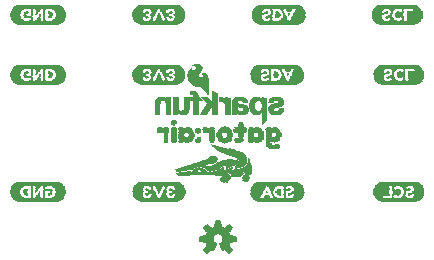
<source format=gbo>
G75*
%MOIN*%
%OFA0B0*%
%FSLAX25Y25*%
%IPPOS*%
%LPD*%
%AMOC8*
5,1,8,0,0,1.08239X$1,22.5*
%
%ADD10C,0.00591*%
%ADD11R,0.12756X0.00157*%
%ADD12R,0.13701X0.00157*%
%ADD13R,0.14331X0.00157*%
%ADD14R,0.14961X0.00157*%
%ADD15R,0.15276X0.00157*%
%ADD16R,0.15591X0.00157*%
%ADD17R,0.15906X0.00157*%
%ADD18R,0.03780X0.00157*%
%ADD19R,0.07087X0.00157*%
%ADD20R,0.03465X0.00157*%
%ADD21R,0.01102X0.00157*%
%ADD22R,0.02362X0.00157*%
%ADD23R,0.03307X0.00157*%
%ADD24R,0.00787X0.00157*%
%ADD25R,0.00630X0.00157*%
%ADD26R,0.02047X0.00157*%
%ADD27R,0.03150X0.00157*%
%ADD28R,0.00472X0.00157*%
%ADD29R,0.01890X0.00157*%
%ADD30R,0.00315X0.00157*%
%ADD31R,0.01732X0.00157*%
%ADD32R,0.01575X0.00157*%
%ADD33R,0.01417X0.00157*%
%ADD34R,0.01260X0.00157*%
%ADD35R,0.04409X0.00157*%
%ADD36R,0.00945X0.00157*%
%ADD37R,0.03622X0.00157*%
%ADD38R,0.02205X0.00157*%
%ADD39R,0.05039X0.00157*%
%ADD40R,0.00157X0.00157*%
%ADD41R,0.02992X0.00157*%
%ADD42R,0.02520X0.00157*%
%ADD43R,0.14646X0.00157*%
%ADD44R,0.16220X0.00157*%
%ADD45R,0.16535X0.00157*%
%ADD46R,0.16850X0.00157*%
%ADD47R,0.04252X0.00157*%
%ADD48R,0.11969X0.00157*%
%ADD49R,0.04094X0.00157*%
%ADD50R,0.02835X0.00157*%
%ADD51R,0.03937X0.00157*%
%ADD52R,0.12126X0.00157*%
%ADD53R,0.13071X0.00157*%
%ADD54R,0.04882X0.00157*%
%ADD55R,0.05197X0.00157*%
%ADD56R,0.02677X0.00157*%
%ADD57R,0.14016X0.00157*%
%ADD58R,0.04567X0.00157*%
%ADD59R,0.05354X0.00157*%
%ADD60C,0.00300*%
%ADD61R,0.01378X0.00276*%
%ADD62R,0.01929X0.00276*%
%ADD63R,0.00551X0.00315*%
%ADD64R,0.01929X0.00315*%
%ADD65R,0.01654X0.00276*%
%ADD66R,0.01654X0.00236*%
%ADD67R,0.01929X0.00236*%
%ADD68R,0.01654X0.00315*%
%ADD69R,0.00827X0.00276*%
%ADD70R,0.00551X0.00236*%
%ADD71R,0.01378X0.00315*%
%ADD72R,0.03858X0.00315*%
%ADD73R,0.02480X0.00315*%
%ADD74R,0.04134X0.00276*%
%ADD75R,0.03307X0.00276*%
%ADD76R,0.03858X0.00276*%
%ADD77R,0.04409X0.00276*%
%ADD78R,0.04685X0.00276*%
%ADD79R,0.04961X0.00276*%
%ADD80R,0.05236X0.00276*%
%ADD81R,0.02205X0.00276*%
%ADD82R,0.00551X0.00276*%
%ADD83R,0.00276X0.00276*%
%ADD84R,0.02205X0.00315*%
%ADD85R,0.00827X0.00315*%
%ADD86R,0.01102X0.00276*%
%ADD87R,0.02756X0.00276*%
%ADD88R,0.03031X0.00276*%
%ADD89R,0.04685X0.00236*%
%ADD90R,0.04961X0.00236*%
%ADD91R,0.03031X0.00236*%
%ADD92R,0.04409X0.00236*%
%ADD93R,0.00276X0.00236*%
%ADD94R,0.01378X0.00236*%
%ADD95R,0.02205X0.00236*%
%ADD96R,0.01102X0.00236*%
%ADD97R,0.04134X0.00236*%
%ADD98R,0.00197X0.00079*%
%ADD99R,0.00315X0.00079*%
%ADD100R,0.00709X0.00118*%
%ADD101R,0.00984X0.00079*%
%ADD102R,0.01102X0.00118*%
%ADD103R,0.01181X0.00079*%
%ADD104R,0.01142X0.00118*%
%ADD105R,0.01929X0.00118*%
%ADD106R,0.02047X0.00079*%
%ADD107R,0.00591X0.00118*%
%ADD108R,0.02047X0.00118*%
%ADD109R,0.02992X0.00079*%
%ADD110R,0.00394X0.00118*%
%ADD111R,0.02992X0.00118*%
%ADD112R,0.04094X0.00079*%
%ADD113R,0.00354X0.00118*%
%ADD114R,0.04055X0.00118*%
%ADD115R,0.00591X0.00079*%
%ADD116R,0.03976X0.00079*%
%ADD117R,0.05236X0.00079*%
%ADD118R,0.05276X0.00118*%
%ADD119R,0.00472X0.00079*%
%ADD120R,0.05276X0.00079*%
%ADD121R,0.06142X0.00118*%
%ADD122R,0.05906X0.00079*%
%ADD123R,0.05827X0.00118*%
%ADD124R,0.06811X0.00079*%
%ADD125R,0.06732X0.00118*%
%ADD126R,0.06614X0.00079*%
%ADD127R,0.06693X0.00118*%
%ADD128R,0.06299X0.00079*%
%ADD129R,0.06417X0.00118*%
%ADD130R,0.06732X0.00079*%
%ADD131R,0.06299X0.00118*%
%ADD132R,0.06417X0.00079*%
%ADD133R,0.06220X0.00118*%
%ADD134R,0.05866X0.00079*%
%ADD135R,0.05630X0.00118*%
%ADD136R,0.05433X0.00079*%
%ADD137R,0.05354X0.00118*%
%ADD138R,0.05039X0.00079*%
%ADD139R,0.04843X0.00118*%
%ADD140R,0.04764X0.00079*%
%ADD141R,0.04449X0.00118*%
%ADD142R,0.00787X0.00118*%
%ADD143R,0.04173X0.00079*%
%ADD144R,0.01260X0.00079*%
%ADD145R,0.04173X0.00118*%
%ADD146R,0.01732X0.00118*%
%ADD147R,0.03819X0.00079*%
%ADD148R,0.01929X0.00079*%
%ADD149R,0.03701X0.00118*%
%ADD150R,0.02323X0.00118*%
%ADD151R,0.03583X0.00079*%
%ADD152R,0.02520X0.00079*%
%ADD153R,0.03425X0.00118*%
%ADD154R,0.02717X0.00118*%
%ADD155R,0.03425X0.00079*%
%ADD156R,0.02913X0.00079*%
%ADD157R,0.03228X0.00079*%
%ADD158R,0.03110X0.00079*%
%ADD159R,0.00276X0.00118*%
%ADD160R,0.03110X0.00118*%
%ADD161R,0.03307X0.00118*%
%ADD162R,0.00276X0.00079*%
%ADD163R,0.03031X0.00079*%
%ADD164R,0.03504X0.00079*%
%ADD165R,0.02913X0.00118*%
%ADD166R,0.03583X0.00118*%
%ADD167R,0.00394X0.00079*%
%ADD168R,0.02835X0.00079*%
%ADD169R,0.03701X0.00079*%
%ADD170R,0.03465X0.00118*%
%ADD171R,0.04094X0.00118*%
%ADD172R,0.02638X0.00079*%
%ADD173R,0.04291X0.00079*%
%ADD174R,0.02520X0.00118*%
%ADD175R,0.04370X0.00118*%
%ADD176R,0.05354X0.00079*%
%ADD177R,0.04961X0.00079*%
%ADD178R,0.02362X0.00118*%
%ADD179R,0.04961X0.00118*%
%ADD180R,0.02362X0.00079*%
%ADD181R,0.05945X0.00079*%
%ADD182R,0.05118X0.00079*%
%ADD183R,0.00669X0.00118*%
%ADD184R,0.06614X0.00118*%
%ADD185R,0.05433X0.00118*%
%ADD186R,0.00669X0.00079*%
%ADD187R,0.09331X0.00079*%
%ADD188R,0.05551X0.00079*%
%ADD189R,0.00748X0.00118*%
%ADD190R,0.09528X0.00118*%
%ADD191R,0.05669X0.00118*%
%ADD192R,0.00748X0.00079*%
%ADD193R,0.09724X0.00079*%
%ADD194R,0.06024X0.00079*%
%ADD195R,0.00866X0.00118*%
%ADD196R,0.09724X0.00118*%
%ADD197R,0.10000X0.00079*%
%ADD198R,0.01142X0.00079*%
%ADD199R,0.10039X0.00079*%
%ADD200R,0.10000X0.00118*%
%ADD201R,0.05157X0.00118*%
%ADD202R,0.10276X0.00079*%
%ADD203R,0.01260X0.00118*%
%ADD204R,0.10394X0.00118*%
%ADD205R,0.05236X0.00118*%
%ADD206R,0.05157X0.00079*%
%ADD207R,0.01339X0.00118*%
%ADD208R,0.05551X0.00118*%
%ADD209R,0.01457X0.00079*%
%ADD210R,0.05827X0.00079*%
%ADD211R,0.01575X0.00118*%
%ADD212R,0.02441X0.00118*%
%ADD213R,0.03504X0.00118*%
%ADD214R,0.05866X0.00118*%
%ADD215R,0.01772X0.00079*%
%ADD216R,0.02717X0.00079*%
%ADD217R,0.02323X0.00079*%
%ADD218R,0.03780X0.00079*%
%ADD219R,0.01850X0.00118*%
%ADD220R,0.02638X0.00118*%
%ADD221R,0.00315X0.00118*%
%ADD222R,0.06496X0.00118*%
%ADD223R,0.01969X0.00079*%
%ADD224R,0.02441X0.00079*%
%ADD225R,0.01850X0.00079*%
%ADD226R,0.03858X0.00079*%
%ADD227R,0.06693X0.00079*%
%ADD228R,0.02165X0.00118*%
%ADD229R,0.01654X0.00118*%
%ADD230R,0.07205X0.00118*%
%ADD231R,0.04921X0.00079*%
%ADD232R,0.04409X0.00079*%
%ADD233R,0.01063X0.00118*%
%ADD234R,0.00984X0.00118*%
%ADD235R,0.04488X0.00118*%
%ADD236R,0.02795X0.00079*%
%ADD237R,0.01378X0.00079*%
%ADD238R,0.00866X0.00079*%
%ADD239R,0.04685X0.00079*%
%ADD240R,0.00906X0.00118*%
%ADD241R,0.00472X0.00118*%
%ADD242R,0.04567X0.00118*%
%ADD243R,0.00945X0.00079*%
%ADD244R,0.00787X0.00079*%
%ADD245R,0.04449X0.00079*%
%ADD246R,0.01811X0.00079*%
%ADD247R,0.04882X0.00079*%
%ADD248R,0.00906X0.00079*%
%ADD249R,0.04370X0.00079*%
%ADD250R,0.02598X0.00118*%
%ADD251R,0.05039X0.00118*%
%ADD252R,0.01535X0.00079*%
%ADD253R,0.04055X0.00079*%
%ADD254R,0.03228X0.00118*%
%ADD255R,0.03780X0.00118*%
%ADD256R,0.03386X0.00079*%
%ADD257R,0.01969X0.00118*%
%ADD258R,0.02244X0.00118*%
%ADD259R,0.03189X0.00118*%
%ADD260R,0.03622X0.00079*%
%ADD261R,0.01457X0.00118*%
%ADD262R,0.02835X0.00118*%
%ADD263R,0.08937X0.00079*%
%ADD264R,0.09134X0.00118*%
%ADD265R,0.01535X0.00118*%
%ADD266R,0.09252X0.00079*%
%ADD267R,0.02126X0.00079*%
%ADD268R,0.01654X0.00079*%
%ADD269R,0.09843X0.00118*%
%ADD270R,0.02008X0.00118*%
%ADD271R,0.09921X0.00079*%
%ADD272R,0.00079X0.00079*%
%ADD273R,0.10512X0.00118*%
%ADD274R,0.03031X0.00118*%
%ADD275R,0.04685X0.00118*%
%ADD276R,0.14488X0.00079*%
%ADD277R,0.06142X0.00079*%
%ADD278R,0.00709X0.00079*%
%ADD279R,0.01496X0.00079*%
%ADD280R,0.14685X0.00079*%
%ADD281R,0.01496X0.00118*%
%ADD282R,0.16811X0.00118*%
%ADD283R,0.04646X0.00079*%
%ADD284R,0.16890X0.00079*%
%ADD285R,0.00512X0.00118*%
%ADD286R,0.01299X0.00118*%
%ADD287R,0.17008X0.00118*%
%ADD288R,0.01299X0.00079*%
%ADD289R,0.17205X0.00079*%
%ADD290R,0.17323X0.00118*%
%ADD291R,0.17402X0.00079*%
%ADD292R,0.03622X0.00118*%
%ADD293R,0.17402X0.00118*%
%ADD294R,0.01378X0.00118*%
%ADD295R,0.03386X0.00118*%
%ADD296R,0.02008X0.00079*%
%ADD297R,0.03150X0.00079*%
%ADD298R,0.02126X0.00118*%
%ADD299R,0.02205X0.00079*%
%ADD300R,0.03150X0.00118*%
%ADD301R,0.02953X0.00118*%
%ADD302R,0.02756X0.00079*%
%ADD303R,0.02559X0.00079*%
%ADD304R,0.00197X0.00118*%
D10*
X0209698Y0306746D02*
X0208680Y0307764D01*
X0209890Y0309248D01*
X0209582Y0309846D01*
X0209377Y0310487D01*
X0207472Y0310680D01*
X0207472Y0312120D01*
X0209377Y0312313D01*
X0209582Y0312954D01*
X0209890Y0313552D01*
X0208680Y0315036D01*
X0209698Y0316054D01*
X0211182Y0314843D01*
X0211780Y0315151D01*
X0212420Y0315356D01*
X0212614Y0317261D01*
X0214053Y0317261D01*
X0214247Y0315356D01*
X0214887Y0315151D01*
X0215485Y0314843D01*
X0216969Y0316054D01*
X0217987Y0315036D01*
X0216777Y0313552D01*
X0217085Y0312954D01*
X0217290Y0312313D01*
X0219195Y0312120D01*
X0219195Y0310680D01*
X0217290Y0310487D01*
X0217085Y0309846D01*
X0216777Y0309248D01*
X0217987Y0307764D01*
X0216969Y0306746D01*
X0215485Y0307957D01*
X0214887Y0307649D01*
X0214040Y0309695D01*
X0214418Y0309907D01*
X0214737Y0310201D01*
X0214978Y0310562D01*
X0215128Y0310969D01*
X0215179Y0311400D01*
X0215126Y0311839D01*
X0214970Y0312252D01*
X0214721Y0312617D01*
X0214392Y0312911D01*
X0214002Y0313120D01*
X0213574Y0313229D01*
X0213133Y0313234D01*
X0212702Y0313134D01*
X0212308Y0312934D01*
X0211973Y0312646D01*
X0211716Y0312287D01*
X0211551Y0311877D01*
X0211489Y0311440D01*
X0211532Y0311000D01*
X0211678Y0310584D01*
X0211920Y0310214D01*
X0212242Y0309912D01*
X0212627Y0309695D01*
X0211779Y0307649D01*
X0211182Y0307957D01*
X0209698Y0306746D01*
X0209441Y0307003D02*
X0210012Y0307003D01*
X0210735Y0307592D02*
X0208852Y0307592D01*
X0209020Y0308181D02*
X0212000Y0308181D01*
X0212244Y0308770D02*
X0209500Y0308770D01*
X0209833Y0309359D02*
X0212488Y0309359D01*
X0212203Y0309948D02*
X0209549Y0309948D01*
X0208877Y0310538D02*
X0211709Y0310538D01*
X0211520Y0311127D02*
X0207472Y0311127D01*
X0207472Y0311716D02*
X0211528Y0311716D01*
X0211728Y0312305D02*
X0209291Y0312305D01*
X0209563Y0312894D02*
X0212262Y0312894D01*
X0214412Y0312894D02*
X0217104Y0312894D01*
X0217375Y0312305D02*
X0214934Y0312305D01*
X0215141Y0311716D02*
X0219195Y0311716D01*
X0219195Y0311127D02*
X0215147Y0311127D01*
X0214961Y0310538D02*
X0217790Y0310538D01*
X0217117Y0309948D02*
X0214463Y0309948D01*
X0214179Y0309359D02*
X0216834Y0309359D01*
X0217166Y0308770D02*
X0214423Y0308770D01*
X0214667Y0308181D02*
X0217647Y0308181D01*
X0217815Y0307592D02*
X0215932Y0307592D01*
X0216654Y0307003D02*
X0217226Y0307003D01*
X0216812Y0313483D02*
X0209855Y0313483D01*
X0209466Y0314072D02*
X0217201Y0314072D01*
X0217681Y0314661D02*
X0208985Y0314661D01*
X0208894Y0315250D02*
X0210683Y0315250D01*
X0209961Y0315839D02*
X0209483Y0315839D01*
X0212088Y0315250D02*
X0214579Y0315250D01*
X0214198Y0315839D02*
X0212469Y0315839D01*
X0212529Y0316428D02*
X0214138Y0316428D01*
X0214078Y0317017D02*
X0212589Y0317017D01*
X0215984Y0315250D02*
X0217773Y0315250D01*
X0217184Y0315839D02*
X0216706Y0315839D01*
D11*
X0193621Y0323750D03*
X0193621Y0330050D03*
X0193546Y0362750D03*
X0193546Y0369050D03*
X0193546Y0382750D03*
X0193546Y0389050D03*
D12*
X0193546Y0388892D03*
X0193546Y0382908D03*
X0193546Y0368892D03*
X0193546Y0362908D03*
X0153361Y0362750D03*
X0153361Y0369050D03*
X0153361Y0382750D03*
X0153361Y0389050D03*
X0153306Y0330050D03*
X0153306Y0323750D03*
X0193621Y0323908D03*
X0193621Y0329892D03*
X0273593Y0329735D03*
X0273593Y0324065D03*
X0273573Y0363065D03*
X0273573Y0368735D03*
X0273073Y0383065D03*
X0273073Y0388735D03*
D13*
X0273073Y0388577D03*
X0273073Y0383223D03*
X0273573Y0368577D03*
X0273573Y0363223D03*
X0273593Y0329577D03*
X0273593Y0324223D03*
X0193621Y0324065D03*
X0193621Y0329735D03*
X0193546Y0363065D03*
X0193546Y0368735D03*
X0193546Y0383065D03*
X0193546Y0388735D03*
D14*
X0193546Y0388577D03*
X0193546Y0383223D03*
X0193546Y0368577D03*
X0193546Y0363223D03*
X0193621Y0329577D03*
X0193621Y0324223D03*
X0273593Y0324538D03*
X0273593Y0329262D03*
X0273573Y0363538D03*
X0273573Y0368262D03*
X0273073Y0383538D03*
X0273073Y0388262D03*
D15*
X0273073Y0388105D03*
X0273073Y0383695D03*
X0273573Y0368105D03*
X0273573Y0363695D03*
X0233046Y0363223D03*
X0233046Y0368577D03*
X0233546Y0383223D03*
X0233546Y0388577D03*
X0193546Y0388420D03*
X0193546Y0383380D03*
X0193546Y0368420D03*
X0193546Y0363380D03*
X0153361Y0363065D03*
X0153361Y0368735D03*
X0153361Y0383065D03*
X0153361Y0388735D03*
X0153306Y0329735D03*
X0153306Y0324065D03*
X0193621Y0324380D03*
X0193621Y0329420D03*
X0233121Y0329577D03*
X0233121Y0324223D03*
X0273593Y0324695D03*
X0273593Y0329105D03*
D16*
X0233121Y0329420D03*
X0233121Y0324380D03*
X0193621Y0324538D03*
X0193621Y0329262D03*
X0193546Y0363538D03*
X0193546Y0368262D03*
X0193546Y0383538D03*
X0193546Y0388262D03*
X0233546Y0388420D03*
X0233546Y0383380D03*
X0233046Y0368420D03*
X0233046Y0363380D03*
D17*
X0233046Y0363538D03*
X0233046Y0368262D03*
X0233546Y0383538D03*
X0233546Y0388262D03*
X0193546Y0388105D03*
X0193546Y0383695D03*
X0193546Y0368105D03*
X0193546Y0363695D03*
X0153361Y0363223D03*
X0153361Y0368577D03*
X0153361Y0383223D03*
X0153361Y0388577D03*
X0153306Y0329577D03*
X0153306Y0324223D03*
X0193621Y0324695D03*
X0193621Y0329105D03*
X0233121Y0329262D03*
X0233121Y0324538D03*
D18*
X0240129Y0326900D03*
X0239499Y0328947D03*
X0226113Y0326270D03*
X0226113Y0326113D03*
X0200471Y0327530D03*
X0199841Y0328947D03*
X0187400Y0328947D03*
X0186770Y0326900D03*
X0160314Y0328475D03*
X0160156Y0328632D03*
X0146455Y0328632D03*
X0146298Y0328475D03*
X0146510Y0364168D03*
X0146353Y0364325D03*
X0160211Y0364168D03*
X0160369Y0364325D03*
X0160211Y0384168D03*
X0160369Y0384325D03*
X0146510Y0384168D03*
X0146353Y0384325D03*
X0186696Y0385270D03*
X0187325Y0383853D03*
X0199766Y0383853D03*
X0200396Y0385900D03*
X0200396Y0365900D03*
X0199766Y0363853D03*
X0187325Y0363853D03*
X0186696Y0365270D03*
X0226038Y0365900D03*
X0226668Y0363853D03*
X0240054Y0366530D03*
X0240054Y0366687D03*
X0227168Y0383853D03*
X0226538Y0385900D03*
X0240554Y0386530D03*
X0240554Y0386687D03*
X0266538Y0385900D03*
X0267168Y0383853D03*
X0267038Y0365900D03*
X0267668Y0363853D03*
X0279499Y0328947D03*
X0280129Y0326900D03*
D19*
X0269341Y0328947D03*
X0277825Y0363853D03*
X0277325Y0383853D03*
X0193546Y0383853D03*
X0193546Y0363853D03*
X0193621Y0328947D03*
D20*
X0200156Y0328790D03*
X0200629Y0327687D03*
X0200629Y0326270D03*
X0199999Y0324853D03*
X0187243Y0324853D03*
X0186613Y0326585D03*
X0186613Y0326743D03*
X0186613Y0327215D03*
X0186613Y0327372D03*
X0187085Y0328790D03*
X0160786Y0327687D03*
X0160786Y0327530D03*
X0160629Y0328002D03*
X0160471Y0328317D03*
X0160786Y0326270D03*
X0160786Y0326113D03*
X0160629Y0325798D03*
X0160629Y0325640D03*
X0160471Y0325483D03*
X0146140Y0325483D03*
X0145983Y0325640D03*
X0145983Y0325798D03*
X0145825Y0326113D03*
X0145825Y0327687D03*
X0145983Y0328002D03*
X0146196Y0364483D03*
X0146038Y0364798D03*
X0145881Y0365113D03*
X0145881Y0365270D03*
X0145881Y0366530D03*
X0145881Y0366687D03*
X0146038Y0367002D03*
X0146038Y0367160D03*
X0146196Y0367317D03*
X0160526Y0367317D03*
X0160684Y0367160D03*
X0160684Y0367002D03*
X0160841Y0366687D03*
X0160841Y0365113D03*
X0160684Y0364798D03*
X0160684Y0384798D03*
X0160841Y0385113D03*
X0160841Y0386687D03*
X0160684Y0387002D03*
X0160684Y0387160D03*
X0160526Y0387317D03*
X0146196Y0387317D03*
X0146038Y0387160D03*
X0146038Y0387002D03*
X0145881Y0386687D03*
X0145881Y0386530D03*
X0145881Y0385270D03*
X0145881Y0385113D03*
X0146038Y0384798D03*
X0146196Y0384483D03*
X0186538Y0385113D03*
X0187010Y0384010D03*
X0186538Y0386530D03*
X0187168Y0387947D03*
X0199924Y0387947D03*
X0200554Y0386215D03*
X0200554Y0386057D03*
X0200554Y0385585D03*
X0200554Y0385428D03*
X0200081Y0384010D03*
X0199924Y0367947D03*
X0200554Y0366215D03*
X0200554Y0366057D03*
X0200554Y0365585D03*
X0200554Y0365428D03*
X0200081Y0364010D03*
X0187010Y0364010D03*
X0186538Y0365113D03*
X0186538Y0366530D03*
X0187168Y0367947D03*
X0225881Y0365428D03*
X0225881Y0365270D03*
X0225881Y0365113D03*
X0226353Y0367790D03*
X0240054Y0367002D03*
X0240054Y0366845D03*
X0226381Y0385113D03*
X0226381Y0385270D03*
X0226381Y0385428D03*
X0226853Y0387790D03*
X0240554Y0387002D03*
X0240554Y0386845D03*
X0266381Y0385585D03*
X0266381Y0385428D03*
X0266381Y0385270D03*
X0266381Y0385113D03*
X0266853Y0384010D03*
X0266853Y0387790D03*
X0267010Y0387947D03*
X0267510Y0367947D03*
X0267353Y0367790D03*
X0266881Y0365585D03*
X0266881Y0365428D03*
X0266881Y0365270D03*
X0266881Y0365113D03*
X0267353Y0364010D03*
X0279814Y0328790D03*
X0280286Y0327687D03*
X0280286Y0327530D03*
X0280286Y0327372D03*
X0280286Y0327215D03*
X0279814Y0325010D03*
X0279656Y0324853D03*
X0240286Y0327372D03*
X0240286Y0327530D03*
X0240286Y0327687D03*
X0239814Y0325010D03*
X0226113Y0325798D03*
X0226113Y0325955D03*
D21*
X0232176Y0325010D03*
X0237215Y0325955D03*
X0235798Y0328790D03*
X0271861Y0328790D03*
X0273278Y0327845D03*
X0275325Y0328317D03*
X0275483Y0328160D03*
X0275640Y0327845D03*
X0275955Y0327215D03*
X0277215Y0325955D03*
X0275325Y0325325D03*
X0275306Y0364010D03*
X0273888Y0364955D03*
X0271841Y0364483D03*
X0271684Y0364640D03*
X0271526Y0364955D03*
X0271211Y0365585D03*
X0269951Y0366845D03*
X0271841Y0367475D03*
X0274806Y0384010D03*
X0273388Y0384955D03*
X0271341Y0384483D03*
X0271184Y0384640D03*
X0271026Y0384955D03*
X0270711Y0385585D03*
X0269451Y0386845D03*
X0271341Y0387475D03*
X0234491Y0387790D03*
X0229451Y0386845D03*
X0230869Y0384010D03*
X0233991Y0367790D03*
X0228951Y0366845D03*
X0230369Y0364010D03*
X0197483Y0365113D03*
X0197325Y0365270D03*
X0197483Y0366687D03*
X0197483Y0366845D03*
X0196066Y0364010D03*
X0193546Y0365428D03*
X0193546Y0365585D03*
X0191499Y0365585D03*
X0191026Y0364010D03*
X0189609Y0365113D03*
X0189451Y0365270D03*
X0189609Y0366687D03*
X0189609Y0366845D03*
X0191026Y0384010D03*
X0191499Y0385585D03*
X0189609Y0385113D03*
X0189451Y0385270D03*
X0189609Y0386687D03*
X0189609Y0386845D03*
X0193546Y0385585D03*
X0193546Y0385428D03*
X0196066Y0384010D03*
X0197325Y0385270D03*
X0197483Y0385113D03*
X0197483Y0386687D03*
X0197483Y0386845D03*
X0157298Y0386845D03*
X0157298Y0385113D03*
X0153676Y0384798D03*
X0153203Y0387160D03*
X0149581Y0384955D03*
X0148951Y0385585D03*
X0153203Y0367160D03*
X0153676Y0364798D03*
X0157298Y0365113D03*
X0157298Y0366845D03*
X0149581Y0364955D03*
X0148951Y0365585D03*
X0152991Y0328002D03*
X0153463Y0325640D03*
X0149369Y0325955D03*
X0149369Y0327687D03*
X0157085Y0327845D03*
X0157715Y0327215D03*
X0189684Y0327687D03*
X0189841Y0327530D03*
X0189684Y0326113D03*
X0189684Y0325955D03*
X0191101Y0328790D03*
X0193621Y0327372D03*
X0193621Y0327215D03*
X0195668Y0327215D03*
X0196140Y0328790D03*
X0197558Y0327687D03*
X0197715Y0327530D03*
X0197558Y0326113D03*
X0197558Y0325955D03*
D22*
X0193621Y0328632D03*
X0193621Y0328790D03*
X0191259Y0326585D03*
X0229656Y0324853D03*
X0236428Y0327687D03*
X0275168Y0328790D03*
X0276428Y0327687D03*
X0271999Y0364010D03*
X0270739Y0365113D03*
X0271499Y0384010D03*
X0270239Y0385113D03*
X0237010Y0387947D03*
X0230239Y0385113D03*
X0236510Y0367947D03*
X0229739Y0365113D03*
X0195908Y0366215D03*
X0193546Y0364168D03*
X0193546Y0364010D03*
X0193546Y0384010D03*
X0193546Y0384168D03*
X0195908Y0386215D03*
D23*
X0200160Y0387790D03*
X0200633Y0386687D03*
X0200633Y0386530D03*
X0200633Y0386372D03*
X0200633Y0385270D03*
X0200633Y0385113D03*
X0200475Y0384640D03*
X0200318Y0384325D03*
X0200160Y0384168D03*
X0186932Y0384168D03*
X0186774Y0384325D03*
X0186617Y0384640D03*
X0186617Y0384798D03*
X0186617Y0384955D03*
X0186459Y0386687D03*
X0186932Y0387790D03*
X0186932Y0367790D03*
X0186459Y0366687D03*
X0186617Y0364955D03*
X0186617Y0364798D03*
X0186617Y0364640D03*
X0186774Y0364325D03*
X0186932Y0364168D03*
X0200160Y0364168D03*
X0200318Y0364325D03*
X0200475Y0364640D03*
X0200633Y0365113D03*
X0200633Y0365270D03*
X0200633Y0366372D03*
X0200633Y0366530D03*
X0200633Y0366687D03*
X0200160Y0367790D03*
X0225959Y0367160D03*
X0225959Y0367002D03*
X0225959Y0366845D03*
X0226117Y0367475D03*
X0225959Y0364955D03*
X0225959Y0364798D03*
X0225959Y0364640D03*
X0226117Y0364483D03*
X0226117Y0364325D03*
X0226274Y0364168D03*
X0240133Y0367160D03*
X0226774Y0384168D03*
X0226617Y0384325D03*
X0226617Y0384483D03*
X0226459Y0384640D03*
X0226459Y0384798D03*
X0226459Y0384955D03*
X0226459Y0386845D03*
X0226459Y0387002D03*
X0226459Y0387160D03*
X0226617Y0387475D03*
X0240633Y0387160D03*
X0266459Y0387002D03*
X0266459Y0386845D03*
X0266459Y0384955D03*
X0266459Y0384798D03*
X0266459Y0384640D03*
X0266617Y0384483D03*
X0266617Y0384325D03*
X0266774Y0384168D03*
X0271499Y0383853D03*
X0266959Y0367002D03*
X0266959Y0366845D03*
X0266959Y0364955D03*
X0266959Y0364798D03*
X0266959Y0364640D03*
X0267117Y0364483D03*
X0267117Y0364325D03*
X0267274Y0364168D03*
X0271999Y0363853D03*
X0275168Y0328947D03*
X0279892Y0328632D03*
X0280050Y0328475D03*
X0280050Y0328317D03*
X0280207Y0328160D03*
X0280207Y0328002D03*
X0280207Y0327845D03*
X0280207Y0325955D03*
X0280207Y0325798D03*
X0240207Y0325798D03*
X0240207Y0325955D03*
X0240207Y0325640D03*
X0240050Y0325325D03*
X0240207Y0327845D03*
X0240207Y0328002D03*
X0240207Y0328160D03*
X0240050Y0328317D03*
X0240050Y0328475D03*
X0239892Y0328632D03*
X0226034Y0325640D03*
X0200707Y0326113D03*
X0200235Y0325010D03*
X0200550Y0327845D03*
X0200550Y0328002D03*
X0200550Y0328160D03*
X0200392Y0328475D03*
X0200235Y0328632D03*
X0187007Y0328632D03*
X0186849Y0328475D03*
X0186692Y0328160D03*
X0186534Y0327687D03*
X0186534Y0327530D03*
X0186534Y0326428D03*
X0186534Y0326270D03*
X0186534Y0326113D03*
X0187007Y0325010D03*
X0160865Y0326428D03*
X0160865Y0326585D03*
X0160865Y0326743D03*
X0160865Y0326900D03*
X0160865Y0327057D03*
X0160865Y0327215D03*
X0160865Y0327372D03*
X0160707Y0327845D03*
X0160707Y0325955D03*
X0145904Y0325955D03*
X0145747Y0326270D03*
X0145747Y0326428D03*
X0145747Y0326585D03*
X0145747Y0326743D03*
X0145747Y0326900D03*
X0145747Y0327057D03*
X0145747Y0327215D03*
X0145747Y0327372D03*
X0145747Y0327530D03*
X0145904Y0327845D03*
X0145959Y0364955D03*
X0145802Y0365428D03*
X0145802Y0365585D03*
X0145802Y0365743D03*
X0145802Y0365900D03*
X0145802Y0366057D03*
X0145802Y0366215D03*
X0145802Y0366372D03*
X0145959Y0366845D03*
X0160762Y0366845D03*
X0160920Y0366530D03*
X0160920Y0366372D03*
X0160920Y0366215D03*
X0160920Y0366057D03*
X0160920Y0365900D03*
X0160920Y0365743D03*
X0160920Y0365585D03*
X0160920Y0365428D03*
X0160920Y0365270D03*
X0160762Y0364955D03*
X0160762Y0384955D03*
X0160920Y0385270D03*
X0160920Y0385428D03*
X0160920Y0385585D03*
X0160920Y0385743D03*
X0160920Y0385900D03*
X0160920Y0386057D03*
X0160920Y0386215D03*
X0160920Y0386372D03*
X0160920Y0386530D03*
X0160762Y0386845D03*
X0145959Y0386845D03*
X0145802Y0386372D03*
X0145802Y0386215D03*
X0145802Y0386057D03*
X0145802Y0385900D03*
X0145802Y0385743D03*
X0145802Y0385585D03*
X0145802Y0385428D03*
X0145959Y0384955D03*
D24*
X0149581Y0387002D03*
X0151156Y0384955D03*
X0151156Y0384168D03*
X0153833Y0385270D03*
X0153046Y0386687D03*
X0153046Y0386845D03*
X0155408Y0387947D03*
X0155408Y0367947D03*
X0153046Y0366845D03*
X0153046Y0366687D03*
X0153833Y0365270D03*
X0151156Y0364955D03*
X0151156Y0364168D03*
X0149581Y0367002D03*
X0189609Y0367002D03*
X0189609Y0364955D03*
X0191026Y0364168D03*
X0191499Y0365270D03*
X0193546Y0365743D03*
X0193546Y0365900D03*
X0195751Y0365113D03*
X0195751Y0364955D03*
X0196066Y0364168D03*
X0197483Y0364955D03*
X0197483Y0367002D03*
X0196066Y0384168D03*
X0195751Y0384955D03*
X0195751Y0385113D03*
X0197483Y0384955D03*
X0197483Y0387002D03*
X0193546Y0385900D03*
X0193546Y0385743D03*
X0191499Y0385270D03*
X0191026Y0384168D03*
X0189609Y0384955D03*
X0189609Y0387002D03*
X0231026Y0387632D03*
X0231026Y0385743D03*
X0231026Y0384798D03*
X0231026Y0384168D03*
X0235436Y0385743D03*
X0235436Y0385900D03*
X0230526Y0367632D03*
X0230526Y0365743D03*
X0230526Y0364798D03*
X0230526Y0364168D03*
X0234936Y0365743D03*
X0234936Y0365900D03*
X0271369Y0365743D03*
X0271841Y0367160D03*
X0271841Y0367317D03*
X0273888Y0367002D03*
X0275306Y0365113D03*
X0274806Y0385113D03*
X0273388Y0387002D03*
X0271341Y0387160D03*
X0271341Y0387317D03*
X0270869Y0385743D03*
X0271861Y0327687D03*
X0273278Y0325798D03*
X0275325Y0325640D03*
X0275325Y0325483D03*
X0275798Y0327057D03*
X0235640Y0327057D03*
X0235640Y0328002D03*
X0235640Y0328632D03*
X0235640Y0325168D03*
X0231231Y0326900D03*
X0231231Y0327057D03*
X0197558Y0327845D03*
X0196140Y0328632D03*
X0195668Y0327530D03*
X0193621Y0327057D03*
X0193621Y0326900D03*
X0191416Y0327687D03*
X0191416Y0327845D03*
X0191101Y0328632D03*
X0189684Y0327845D03*
X0189684Y0325798D03*
X0197558Y0325798D03*
X0157085Y0325798D03*
X0155510Y0327845D03*
X0155510Y0328632D03*
X0152833Y0327530D03*
X0153621Y0326113D03*
X0153621Y0325955D03*
X0151259Y0324853D03*
D25*
X0151180Y0325010D03*
X0149605Y0325798D03*
X0151180Y0328790D03*
X0152755Y0327372D03*
X0153699Y0326270D03*
X0155432Y0327215D03*
X0155432Y0328002D03*
X0155432Y0328160D03*
X0155432Y0328317D03*
X0155432Y0328475D03*
X0155432Y0325168D03*
X0191180Y0328475D03*
X0191337Y0328160D03*
X0191337Y0328002D03*
X0195747Y0327845D03*
X0195747Y0327687D03*
X0195904Y0328160D03*
X0196062Y0328475D03*
X0229577Y0326585D03*
X0231310Y0326585D03*
X0231310Y0326743D03*
X0231467Y0326270D03*
X0231782Y0325640D03*
X0231940Y0325483D03*
X0231940Y0325325D03*
X0233829Y0325798D03*
X0235562Y0325325D03*
X0235562Y0326900D03*
X0235562Y0328160D03*
X0235562Y0328317D03*
X0235562Y0328475D03*
X0237136Y0328002D03*
X0271782Y0327845D03*
X0271782Y0328632D03*
X0271782Y0325955D03*
X0275404Y0325955D03*
X0275404Y0325798D03*
X0277136Y0328002D03*
X0275385Y0364168D03*
X0275385Y0364955D03*
X0275385Y0366845D03*
X0271762Y0366845D03*
X0271762Y0367002D03*
X0270030Y0364798D03*
X0274885Y0384168D03*
X0274885Y0384955D03*
X0274885Y0386845D03*
X0271262Y0386845D03*
X0271262Y0387002D03*
X0269530Y0384798D03*
X0237089Y0386215D03*
X0235357Y0386215D03*
X0235357Y0386057D03*
X0235199Y0386530D03*
X0234885Y0387160D03*
X0234727Y0387317D03*
X0234727Y0387475D03*
X0232837Y0387002D03*
X0231105Y0387475D03*
X0231105Y0385900D03*
X0231105Y0384640D03*
X0231105Y0384483D03*
X0231105Y0384325D03*
X0229530Y0384798D03*
X0230605Y0367475D03*
X0230605Y0365900D03*
X0230605Y0364640D03*
X0230605Y0364483D03*
X0230605Y0364325D03*
X0229030Y0364798D03*
X0232337Y0367002D03*
X0234227Y0367317D03*
X0234227Y0367475D03*
X0234385Y0367160D03*
X0234699Y0366530D03*
X0234857Y0366215D03*
X0234857Y0366057D03*
X0236589Y0366215D03*
X0195987Y0364325D03*
X0195829Y0364640D03*
X0195829Y0364798D03*
X0191420Y0364955D03*
X0191420Y0365113D03*
X0191262Y0364640D03*
X0191105Y0364325D03*
X0191105Y0384325D03*
X0191262Y0384640D03*
X0191420Y0384955D03*
X0191420Y0385113D03*
X0195829Y0384798D03*
X0195829Y0384640D03*
X0195987Y0384325D03*
X0157062Y0387002D03*
X0155487Y0387790D03*
X0152967Y0386530D03*
X0153912Y0385428D03*
X0155487Y0384010D03*
X0151235Y0384325D03*
X0151235Y0384483D03*
X0151235Y0384640D03*
X0151235Y0384798D03*
X0151235Y0385585D03*
X0151235Y0387632D03*
X0151235Y0367632D03*
X0151235Y0365585D03*
X0151235Y0364798D03*
X0151235Y0364640D03*
X0151235Y0364483D03*
X0151235Y0364325D03*
X0152967Y0366530D03*
X0153912Y0365428D03*
X0155487Y0364010D03*
X0157062Y0367002D03*
X0155487Y0367790D03*
D26*
X0191971Y0367475D03*
X0195121Y0367475D03*
X0196066Y0365743D03*
X0196066Y0365585D03*
X0193546Y0364483D03*
X0193546Y0364325D03*
X0193546Y0384325D03*
X0193546Y0384483D03*
X0196066Y0385585D03*
X0196066Y0385743D03*
X0195121Y0387475D03*
X0191971Y0387475D03*
X0235436Y0384483D03*
X0237010Y0387632D03*
X0236510Y0367632D03*
X0234936Y0364483D03*
X0231231Y0328317D03*
X0229656Y0325168D03*
X0195196Y0325325D03*
X0192046Y0325325D03*
X0191101Y0327057D03*
X0191101Y0327215D03*
X0193621Y0328317D03*
X0193621Y0328475D03*
D27*
X0200471Y0328317D03*
X0200629Y0325955D03*
X0200629Y0325798D03*
X0200629Y0325640D03*
X0200471Y0325325D03*
X0200314Y0325168D03*
X0186928Y0325168D03*
X0186770Y0325325D03*
X0186613Y0325640D03*
X0186613Y0325798D03*
X0186613Y0325955D03*
X0186613Y0327845D03*
X0186613Y0328002D03*
X0186770Y0328317D03*
X0226113Y0325483D03*
X0231467Y0328790D03*
X0239971Y0325168D03*
X0240129Y0325483D03*
X0279971Y0325168D03*
X0280129Y0325325D03*
X0280129Y0325483D03*
X0280286Y0325640D03*
X0234699Y0364010D03*
X0240054Y0367317D03*
X0226196Y0367632D03*
X0226038Y0367317D03*
X0235199Y0384010D03*
X0240554Y0387317D03*
X0226696Y0387632D03*
X0226538Y0387317D03*
X0200554Y0387160D03*
X0200554Y0387002D03*
X0200554Y0386845D03*
X0200396Y0387475D03*
X0200239Y0387632D03*
X0200554Y0384955D03*
X0200554Y0384798D03*
X0200396Y0384483D03*
X0186853Y0387632D03*
X0186696Y0387475D03*
X0186538Y0387160D03*
X0186538Y0387002D03*
X0186538Y0386845D03*
X0186696Y0384483D03*
X0186853Y0367632D03*
X0186696Y0367475D03*
X0186538Y0367160D03*
X0186538Y0367002D03*
X0186538Y0366845D03*
X0186696Y0364483D03*
X0200396Y0364483D03*
X0200554Y0364798D03*
X0200554Y0364955D03*
X0200554Y0366845D03*
X0200554Y0367002D03*
X0200554Y0367160D03*
X0200396Y0367475D03*
X0200239Y0367632D03*
X0266881Y0367160D03*
X0267038Y0367317D03*
X0267038Y0367475D03*
X0267196Y0367632D03*
X0266381Y0387160D03*
X0266538Y0387317D03*
X0266538Y0387475D03*
X0266696Y0387632D03*
D28*
X0271184Y0386687D03*
X0271184Y0386530D03*
X0271184Y0386372D03*
X0271026Y0386057D03*
X0271026Y0385900D03*
X0274963Y0387002D03*
X0274963Y0387160D03*
X0274963Y0387632D03*
X0274963Y0384798D03*
X0274963Y0384325D03*
X0275463Y0367632D03*
X0275463Y0367160D03*
X0275463Y0367002D03*
X0275463Y0364798D03*
X0275463Y0364325D03*
X0271526Y0365900D03*
X0271526Y0366057D03*
X0271684Y0366372D03*
X0271684Y0366530D03*
X0271684Y0366687D03*
X0236510Y0366057D03*
X0234778Y0366372D03*
X0234621Y0366687D03*
X0234621Y0366845D03*
X0234463Y0367002D03*
X0230684Y0367002D03*
X0230684Y0366845D03*
X0230684Y0367160D03*
X0230684Y0367317D03*
X0230684Y0366530D03*
X0230684Y0366372D03*
X0230684Y0366215D03*
X0230684Y0366057D03*
X0231184Y0386057D03*
X0231184Y0386215D03*
X0231184Y0386372D03*
X0231184Y0386530D03*
X0231184Y0386845D03*
X0231184Y0387002D03*
X0231184Y0387160D03*
X0231184Y0387317D03*
X0234963Y0387002D03*
X0235121Y0386845D03*
X0235121Y0386687D03*
X0235278Y0386372D03*
X0237010Y0386057D03*
X0195908Y0384483D03*
X0193546Y0386057D03*
X0193546Y0386215D03*
X0191341Y0384798D03*
X0191184Y0384483D03*
X0193546Y0366215D03*
X0193546Y0366057D03*
X0191341Y0364798D03*
X0191184Y0364483D03*
X0195908Y0364483D03*
X0155408Y0364483D03*
X0155408Y0364640D03*
X0155408Y0364798D03*
X0155408Y0364955D03*
X0155408Y0365113D03*
X0155408Y0365270D03*
X0155408Y0365428D03*
X0155408Y0365585D03*
X0155408Y0365743D03*
X0155408Y0365900D03*
X0155408Y0366057D03*
X0155408Y0366215D03*
X0155408Y0366372D03*
X0155408Y0366530D03*
X0155408Y0366687D03*
X0155408Y0366845D03*
X0155408Y0367002D03*
X0155408Y0367160D03*
X0155408Y0367317D03*
X0155408Y0367475D03*
X0155408Y0367632D03*
X0153991Y0365743D03*
X0153991Y0365585D03*
X0152888Y0366372D03*
X0151314Y0366372D03*
X0151314Y0366215D03*
X0151314Y0366057D03*
X0151314Y0365900D03*
X0151314Y0365743D03*
X0151314Y0366530D03*
X0151314Y0366687D03*
X0151314Y0366845D03*
X0151314Y0367002D03*
X0151314Y0367160D03*
X0151314Y0367317D03*
X0151314Y0367475D03*
X0155408Y0364325D03*
X0155408Y0364168D03*
X0155408Y0384168D03*
X0155408Y0384325D03*
X0155408Y0384483D03*
X0155408Y0384640D03*
X0155408Y0384798D03*
X0155408Y0384955D03*
X0155408Y0385113D03*
X0155408Y0385270D03*
X0155408Y0385428D03*
X0155408Y0385585D03*
X0155408Y0385743D03*
X0155408Y0385900D03*
X0155408Y0386057D03*
X0155408Y0386215D03*
X0155408Y0386372D03*
X0155408Y0386530D03*
X0155408Y0386687D03*
X0155408Y0386845D03*
X0155408Y0387002D03*
X0155408Y0387160D03*
X0155408Y0387317D03*
X0155408Y0387475D03*
X0155408Y0387632D03*
X0153991Y0385743D03*
X0153991Y0385585D03*
X0152888Y0386372D03*
X0151314Y0386372D03*
X0151314Y0386215D03*
X0151314Y0386057D03*
X0151314Y0385900D03*
X0151314Y0385743D03*
X0151314Y0386530D03*
X0151314Y0386687D03*
X0151314Y0386845D03*
X0151314Y0387002D03*
X0151314Y0387160D03*
X0151314Y0387317D03*
X0151314Y0387475D03*
X0151259Y0328632D03*
X0151259Y0328475D03*
X0151259Y0328317D03*
X0151259Y0328160D03*
X0151259Y0328002D03*
X0151259Y0327845D03*
X0151259Y0327687D03*
X0151259Y0327530D03*
X0151259Y0327372D03*
X0151259Y0327215D03*
X0151259Y0327057D03*
X0151259Y0326900D03*
X0151259Y0326743D03*
X0151259Y0326585D03*
X0151259Y0326428D03*
X0151259Y0326270D03*
X0151259Y0326113D03*
X0151259Y0325955D03*
X0151259Y0325798D03*
X0151259Y0325640D03*
X0151259Y0325483D03*
X0151259Y0325325D03*
X0151259Y0325168D03*
X0152676Y0327057D03*
X0152676Y0327215D03*
X0153778Y0326428D03*
X0155353Y0326428D03*
X0155353Y0326585D03*
X0155353Y0326743D03*
X0155353Y0326900D03*
X0155353Y0327057D03*
X0155353Y0326270D03*
X0155353Y0326113D03*
X0155353Y0325955D03*
X0155353Y0325798D03*
X0155353Y0325640D03*
X0155353Y0325483D03*
X0155353Y0325325D03*
X0191259Y0328317D03*
X0193621Y0326743D03*
X0193621Y0326585D03*
X0195825Y0328002D03*
X0195983Y0328317D03*
X0229656Y0326743D03*
X0231388Y0326428D03*
X0231546Y0326113D03*
X0231546Y0325955D03*
X0231703Y0325798D03*
X0235483Y0325798D03*
X0235483Y0325955D03*
X0235483Y0325640D03*
X0235483Y0325483D03*
X0235483Y0326270D03*
X0235483Y0326428D03*
X0235483Y0326585D03*
X0235483Y0326743D03*
X0271703Y0325798D03*
X0271703Y0325640D03*
X0271703Y0325168D03*
X0271703Y0328002D03*
X0271703Y0328475D03*
X0275640Y0326900D03*
X0275640Y0326743D03*
X0275483Y0326428D03*
X0275483Y0326270D03*
X0275483Y0326113D03*
D29*
X0275247Y0325010D03*
X0276192Y0327372D03*
X0236192Y0327372D03*
X0229577Y0325325D03*
X0193542Y0328160D03*
X0191022Y0327372D03*
X0153227Y0328790D03*
X0153227Y0324853D03*
X0153440Y0364010D03*
X0153440Y0367947D03*
X0153440Y0384010D03*
X0153440Y0387947D03*
X0193625Y0384640D03*
X0196144Y0385428D03*
X0196144Y0365428D03*
X0193625Y0364640D03*
X0229975Y0365428D03*
X0236589Y0367475D03*
X0230475Y0385428D03*
X0237089Y0387475D03*
X0270475Y0385428D03*
X0271420Y0387790D03*
X0271920Y0367790D03*
X0270975Y0365428D03*
D30*
X0271605Y0366215D03*
X0275542Y0367317D03*
X0275542Y0367475D03*
X0275542Y0364640D03*
X0275542Y0364483D03*
X0275042Y0384483D03*
X0275042Y0384640D03*
X0275042Y0387317D03*
X0275042Y0387475D03*
X0271105Y0386215D03*
X0237089Y0385900D03*
X0237089Y0385743D03*
X0231262Y0386687D03*
X0230762Y0366687D03*
X0236589Y0365900D03*
X0236589Y0365743D03*
X0197562Y0364798D03*
X0189688Y0364798D03*
X0189688Y0384798D03*
X0197562Y0384798D03*
X0154070Y0385900D03*
X0152810Y0386057D03*
X0152810Y0386215D03*
X0152810Y0366215D03*
X0152810Y0366057D03*
X0154070Y0365900D03*
X0152597Y0326900D03*
X0153857Y0326743D03*
X0153857Y0326585D03*
X0189605Y0328002D03*
X0197479Y0328002D03*
X0229577Y0327057D03*
X0229577Y0326900D03*
X0235404Y0326113D03*
X0271625Y0325483D03*
X0271625Y0325325D03*
X0271625Y0328160D03*
X0271625Y0328317D03*
X0275562Y0326585D03*
D31*
X0275168Y0328632D03*
X0233436Y0327057D03*
X0233436Y0326900D03*
X0233436Y0326743D03*
X0232333Y0324853D03*
X0229656Y0325483D03*
X0231231Y0328160D03*
X0195196Y0325640D03*
X0195196Y0325483D03*
X0193621Y0328002D03*
X0192046Y0325640D03*
X0192046Y0325483D03*
X0153306Y0325010D03*
X0193546Y0364798D03*
X0195121Y0367160D03*
X0195121Y0367317D03*
X0191971Y0367317D03*
X0191971Y0367160D03*
X0193546Y0384798D03*
X0195121Y0387160D03*
X0195121Y0387317D03*
X0191971Y0387317D03*
X0191971Y0387160D03*
X0153361Y0387790D03*
X0153361Y0367790D03*
X0232731Y0366057D03*
X0232731Y0365900D03*
X0232731Y0365743D03*
X0233833Y0367947D03*
X0236510Y0367317D03*
X0234936Y0364640D03*
X0235436Y0384640D03*
X0233231Y0385743D03*
X0233231Y0385900D03*
X0233231Y0386057D03*
X0234333Y0387947D03*
X0237010Y0387317D03*
X0271499Y0384168D03*
X0271999Y0364168D03*
D32*
X0273967Y0365113D03*
X0271920Y0367632D03*
X0273467Y0385113D03*
X0271420Y0387632D03*
X0237089Y0387160D03*
X0235514Y0384955D03*
X0235514Y0384798D03*
X0233152Y0385428D03*
X0233152Y0385585D03*
X0233152Y0386215D03*
X0233152Y0386372D03*
X0233152Y0386530D03*
X0236589Y0367160D03*
X0235014Y0364955D03*
X0235014Y0364798D03*
X0232652Y0365428D03*
X0232652Y0365585D03*
X0232652Y0366215D03*
X0232652Y0366372D03*
X0232652Y0366530D03*
X0195357Y0366530D03*
X0195199Y0366845D03*
X0195199Y0367002D03*
X0193625Y0364955D03*
X0191420Y0365900D03*
X0191892Y0366845D03*
X0191892Y0367002D03*
X0193625Y0384955D03*
X0195357Y0386530D03*
X0195199Y0386845D03*
X0195199Y0387002D03*
X0191892Y0387002D03*
X0191892Y0386845D03*
X0191420Y0385900D03*
X0157534Y0385900D03*
X0157534Y0386057D03*
X0157534Y0386215D03*
X0157534Y0385743D03*
X0157534Y0385585D03*
X0153440Y0384168D03*
X0149345Y0386372D03*
X0149345Y0386530D03*
X0149345Y0366530D03*
X0149345Y0366372D03*
X0153440Y0364168D03*
X0157534Y0365585D03*
X0157534Y0365743D03*
X0157534Y0365900D03*
X0157534Y0366057D03*
X0157534Y0366215D03*
X0153227Y0328632D03*
X0149133Y0327215D03*
X0149133Y0327057D03*
X0149133Y0326900D03*
X0149133Y0326743D03*
X0149133Y0326585D03*
X0157322Y0326428D03*
X0157322Y0326270D03*
X0191810Y0326270D03*
X0191967Y0325955D03*
X0191967Y0325798D03*
X0193542Y0327845D03*
X0195747Y0326900D03*
X0195274Y0325955D03*
X0195274Y0325798D03*
X0229577Y0325640D03*
X0231152Y0327845D03*
X0231152Y0328002D03*
X0233514Y0327372D03*
X0233514Y0327215D03*
X0233514Y0326585D03*
X0233514Y0326428D03*
X0233514Y0326270D03*
X0273199Y0327687D03*
X0275247Y0325168D03*
D33*
X0273278Y0325955D03*
X0235798Y0324853D03*
X0233593Y0326113D03*
X0233593Y0327530D03*
X0195510Y0326585D03*
X0195353Y0326270D03*
X0195353Y0326113D03*
X0193621Y0327687D03*
X0191888Y0326113D03*
X0157243Y0326113D03*
X0153306Y0325168D03*
X0153148Y0328317D03*
X0153148Y0328475D03*
X0149211Y0327372D03*
X0149211Y0326428D03*
X0149211Y0326270D03*
X0153518Y0364325D03*
X0153518Y0364483D03*
X0153361Y0367632D03*
X0149424Y0366687D03*
X0157455Y0366530D03*
X0157455Y0366372D03*
X0157455Y0365428D03*
X0153518Y0384325D03*
X0153518Y0384483D03*
X0153361Y0387632D03*
X0149424Y0386687D03*
X0157455Y0386530D03*
X0157455Y0386372D03*
X0157455Y0385428D03*
X0191656Y0386215D03*
X0191814Y0386530D03*
X0191814Y0386687D03*
X0193546Y0385113D03*
X0195278Y0386687D03*
X0195278Y0366687D03*
X0193546Y0365113D03*
X0191656Y0366215D03*
X0191814Y0366530D03*
X0191814Y0366687D03*
X0230369Y0367947D03*
X0232573Y0366687D03*
X0232573Y0365270D03*
X0233073Y0385270D03*
X0233073Y0386687D03*
X0230869Y0387947D03*
X0273388Y0386845D03*
X0273888Y0366845D03*
D34*
X0275227Y0367947D03*
X0271920Y0364325D03*
X0269873Y0366687D03*
X0271420Y0384325D03*
X0269373Y0386687D03*
X0274727Y0387947D03*
X0235514Y0385270D03*
X0235514Y0385113D03*
X0232995Y0385113D03*
X0232995Y0386845D03*
X0230790Y0385585D03*
X0229373Y0386687D03*
X0228873Y0366687D03*
X0230290Y0365585D03*
X0232495Y0365113D03*
X0232495Y0366845D03*
X0235014Y0365270D03*
X0235014Y0365113D03*
X0197404Y0366530D03*
X0195829Y0365270D03*
X0193625Y0365270D03*
X0191735Y0366372D03*
X0191577Y0366057D03*
X0191420Y0365743D03*
X0189530Y0366530D03*
X0193625Y0385270D03*
X0191735Y0386372D03*
X0191577Y0386057D03*
X0191420Y0385743D03*
X0189530Y0386530D03*
X0195829Y0385270D03*
X0197404Y0386530D03*
X0157377Y0386687D03*
X0157377Y0385270D03*
X0153597Y0384640D03*
X0151077Y0384010D03*
X0149503Y0386845D03*
X0151077Y0387947D03*
X0153282Y0387475D03*
X0153282Y0387317D03*
X0151077Y0367947D03*
X0149503Y0366845D03*
X0151077Y0364010D03*
X0153597Y0364640D03*
X0153282Y0367317D03*
X0153282Y0367475D03*
X0157377Y0366687D03*
X0157377Y0365270D03*
X0155589Y0328790D03*
X0153070Y0328160D03*
X0153385Y0325483D03*
X0153385Y0325325D03*
X0155589Y0324853D03*
X0157164Y0325955D03*
X0149290Y0326113D03*
X0149290Y0327530D03*
X0189762Y0326270D03*
X0191337Y0327530D03*
X0193542Y0327530D03*
X0195432Y0326428D03*
X0195589Y0326743D03*
X0195747Y0327057D03*
X0197636Y0326270D03*
X0231152Y0327530D03*
X0231152Y0327687D03*
X0233672Y0327687D03*
X0233672Y0325955D03*
X0235877Y0327215D03*
X0237294Y0326113D03*
X0271940Y0324853D03*
X0275247Y0328475D03*
X0277294Y0326113D03*
D35*
X0239814Y0326585D03*
X0226900Y0328632D03*
X0226743Y0328317D03*
X0226585Y0328002D03*
X0226585Y0327845D03*
X0226428Y0327530D03*
X0226428Y0327372D03*
X0200156Y0327372D03*
X0200156Y0327215D03*
X0200156Y0327057D03*
X0200156Y0326900D03*
X0200156Y0326743D03*
X0200156Y0326585D03*
X0187010Y0365428D03*
X0187010Y0365585D03*
X0187010Y0365743D03*
X0187010Y0365900D03*
X0187010Y0366057D03*
X0187010Y0366215D03*
X0187010Y0385428D03*
X0187010Y0385585D03*
X0187010Y0385743D03*
X0187010Y0385900D03*
X0187010Y0386057D03*
X0187010Y0386215D03*
X0226853Y0386215D03*
X0239766Y0384168D03*
X0239924Y0384483D03*
X0240081Y0384798D03*
X0240081Y0384955D03*
X0240239Y0385270D03*
X0240239Y0385428D03*
X0239739Y0365428D03*
X0239739Y0365270D03*
X0239581Y0364955D03*
X0239581Y0364798D03*
X0239424Y0364483D03*
X0239266Y0364168D03*
X0226353Y0366215D03*
D36*
X0229030Y0367002D03*
X0230448Y0367790D03*
X0230448Y0364955D03*
X0229030Y0364955D03*
X0232337Y0364955D03*
X0235014Y0365428D03*
X0235014Y0365585D03*
X0234070Y0367632D03*
X0232837Y0384955D03*
X0230948Y0384955D03*
X0229530Y0384955D03*
X0229530Y0387002D03*
X0230948Y0387790D03*
X0234570Y0387632D03*
X0235514Y0385585D03*
X0235514Y0385428D03*
X0269530Y0384955D03*
X0271105Y0384798D03*
X0269530Y0387002D03*
X0274885Y0387790D03*
X0275385Y0367790D03*
X0271605Y0364798D03*
X0270030Y0364955D03*
X0270030Y0367002D03*
X0275562Y0328002D03*
X0277136Y0327845D03*
X0277136Y0325798D03*
X0271782Y0325010D03*
X0237136Y0325798D03*
X0235719Y0325010D03*
X0235719Y0327845D03*
X0237136Y0327845D03*
X0233829Y0327845D03*
X0231152Y0327372D03*
X0231152Y0327215D03*
X0232097Y0325168D03*
X0195747Y0327372D03*
X0157794Y0327057D03*
X0157794Y0326900D03*
X0157794Y0326743D03*
X0157794Y0326585D03*
X0155432Y0325010D03*
X0153542Y0325798D03*
X0152912Y0327687D03*
X0152912Y0327845D03*
X0149448Y0327845D03*
X0153755Y0364955D03*
X0153755Y0365113D03*
X0153125Y0367002D03*
X0151235Y0367790D03*
X0148873Y0366215D03*
X0148873Y0366057D03*
X0148873Y0365900D03*
X0148873Y0365743D03*
X0157219Y0364955D03*
X0157219Y0384955D03*
X0153755Y0384955D03*
X0153755Y0385113D03*
X0153125Y0387002D03*
X0151235Y0387790D03*
X0148873Y0386215D03*
X0148873Y0386057D03*
X0148873Y0385900D03*
X0148873Y0385743D03*
X0191420Y0385428D03*
X0191420Y0365428D03*
D37*
X0200475Y0365743D03*
X0200475Y0385743D03*
X0226459Y0385743D03*
X0226459Y0385585D03*
X0226459Y0386687D03*
X0227089Y0387947D03*
X0226932Y0384010D03*
X0226589Y0367947D03*
X0225959Y0366687D03*
X0225959Y0365743D03*
X0225959Y0365585D03*
X0226432Y0364010D03*
X0266959Y0365743D03*
X0266959Y0366687D03*
X0266459Y0385743D03*
X0266459Y0386687D03*
X0280207Y0327057D03*
X0280207Y0326113D03*
X0240207Y0326113D03*
X0240207Y0327057D03*
X0240207Y0327215D03*
X0239735Y0328790D03*
X0239577Y0324853D03*
X0186692Y0327057D03*
X0160550Y0328160D03*
X0160392Y0325325D03*
X0160235Y0325168D03*
X0146377Y0325168D03*
X0146219Y0325325D03*
X0146062Y0328160D03*
X0146219Y0328317D03*
X0146117Y0364640D03*
X0146274Y0367475D03*
X0146432Y0367632D03*
X0160290Y0367632D03*
X0160448Y0367475D03*
X0160605Y0364640D03*
X0160448Y0364483D03*
X0160448Y0384483D03*
X0160605Y0384640D03*
X0160448Y0387475D03*
X0160290Y0387632D03*
X0146432Y0387632D03*
X0146274Y0387475D03*
X0146117Y0384640D03*
D38*
X0191892Y0387632D03*
X0195199Y0387632D03*
X0195987Y0386057D03*
X0195987Y0385900D03*
X0195199Y0367632D03*
X0195987Y0366057D03*
X0195987Y0365900D03*
X0191892Y0367632D03*
X0229818Y0365270D03*
X0234857Y0364325D03*
X0236589Y0367790D03*
X0235357Y0384325D03*
X0237089Y0387790D03*
X0230318Y0385270D03*
X0270318Y0385270D03*
X0270818Y0365270D03*
X0276349Y0327530D03*
X0236349Y0327530D03*
X0231310Y0328475D03*
X0229577Y0325010D03*
X0195274Y0325168D03*
X0191967Y0325168D03*
X0191180Y0326743D03*
X0191180Y0326900D03*
D39*
X0199841Y0326428D03*
X0187325Y0366372D03*
X0187325Y0386372D03*
X0267845Y0328160D03*
X0267845Y0328002D03*
X0267845Y0327845D03*
X0267845Y0325955D03*
X0267845Y0325798D03*
X0267845Y0325640D03*
X0279322Y0364640D03*
X0279322Y0364798D03*
X0279322Y0364955D03*
X0279322Y0366845D03*
X0279322Y0367002D03*
X0279322Y0367160D03*
X0278822Y0384640D03*
X0278822Y0384798D03*
X0278822Y0384955D03*
X0278822Y0386845D03*
X0278822Y0387002D03*
X0278822Y0387160D03*
D40*
X0193546Y0386530D03*
X0193546Y0386372D03*
X0193546Y0366530D03*
X0193546Y0366372D03*
X0154148Y0366057D03*
X0152731Y0365900D03*
X0152731Y0385900D03*
X0154148Y0386057D03*
X0153936Y0326900D03*
X0152518Y0326743D03*
X0193621Y0326428D03*
X0193621Y0326270D03*
D41*
X0195353Y0324853D03*
X0191888Y0324853D03*
X0190944Y0326428D03*
X0186692Y0325483D03*
X0200550Y0325483D03*
X0226034Y0325325D03*
X0226349Y0324853D03*
X0266979Y0325325D03*
X0266979Y0325483D03*
X0280188Y0367317D03*
X0280188Y0367475D03*
X0279688Y0387317D03*
X0279688Y0387475D03*
X0240633Y0387475D03*
X0240318Y0387947D03*
X0239818Y0367947D03*
X0240133Y0367475D03*
X0200475Y0367317D03*
X0196223Y0366372D03*
X0195278Y0367947D03*
X0191814Y0367947D03*
X0186617Y0367317D03*
X0186617Y0387317D03*
X0191814Y0387947D03*
X0195278Y0387947D03*
X0196223Y0386372D03*
X0200475Y0387317D03*
X0150054Y0385428D03*
X0150054Y0385270D03*
X0150054Y0365428D03*
X0150054Y0365270D03*
X0156613Y0327530D03*
X0156613Y0327372D03*
D42*
X0191967Y0325010D03*
X0195274Y0325010D03*
X0195199Y0367790D03*
X0191892Y0367790D03*
X0191892Y0387790D03*
X0195199Y0387790D03*
X0271420Y0387947D03*
X0271920Y0367947D03*
X0275247Y0324853D03*
D43*
X0273593Y0324380D03*
X0273593Y0329420D03*
X0233121Y0329735D03*
X0233121Y0324065D03*
X0233046Y0363065D03*
X0233046Y0368735D03*
X0233546Y0383065D03*
X0233546Y0388735D03*
X0273073Y0388420D03*
X0273073Y0383380D03*
X0273573Y0368420D03*
X0273573Y0363380D03*
X0153361Y0362908D03*
X0153361Y0368892D03*
X0153361Y0382908D03*
X0153361Y0388892D03*
X0153306Y0329892D03*
X0153306Y0323908D03*
D44*
X0153306Y0324380D03*
X0153306Y0329420D03*
X0153361Y0363380D03*
X0153361Y0368420D03*
X0153361Y0383380D03*
X0153361Y0388420D03*
X0233546Y0388105D03*
X0233546Y0383695D03*
X0233046Y0368105D03*
X0233046Y0363695D03*
X0233121Y0329105D03*
X0233121Y0324695D03*
D45*
X0153306Y0324538D03*
X0153306Y0329262D03*
X0153361Y0363538D03*
X0153361Y0368262D03*
X0153361Y0383538D03*
X0153361Y0388262D03*
D46*
X0153361Y0388105D03*
X0153361Y0383695D03*
X0153361Y0368105D03*
X0153361Y0363695D03*
X0153306Y0329105D03*
X0153306Y0324695D03*
D47*
X0146849Y0324853D03*
X0159762Y0328947D03*
X0146904Y0363853D03*
X0159818Y0367947D03*
X0146904Y0383853D03*
X0159818Y0387947D03*
X0226349Y0327215D03*
X0226349Y0327057D03*
X0239818Y0365585D03*
X0239818Y0365743D03*
X0240318Y0385585D03*
X0240318Y0385743D03*
X0266774Y0386215D03*
X0267274Y0366215D03*
X0279892Y0326585D03*
D48*
X0230837Y0328947D03*
X0235329Y0363853D03*
X0235829Y0383853D03*
X0155959Y0383853D03*
X0155959Y0363853D03*
X0150707Y0328947D03*
D49*
X0146613Y0328790D03*
X0159999Y0328790D03*
X0159841Y0324853D03*
X0160054Y0364010D03*
X0146668Y0364010D03*
X0146825Y0367947D03*
X0146668Y0384010D03*
X0146825Y0387947D03*
X0160054Y0384010D03*
X0226270Y0326900D03*
X0226270Y0326743D03*
X0239896Y0365900D03*
X0239896Y0366057D03*
X0240396Y0385900D03*
X0240396Y0386057D03*
D50*
X0240554Y0387632D03*
X0240554Y0387790D03*
X0240054Y0367790D03*
X0240054Y0367632D03*
X0274282Y0366530D03*
X0274282Y0366372D03*
X0274282Y0366215D03*
X0274282Y0366057D03*
X0274282Y0365900D03*
X0274282Y0365743D03*
X0274282Y0365585D03*
X0274282Y0365428D03*
X0279951Y0367947D03*
X0280109Y0367790D03*
X0280109Y0367632D03*
X0273782Y0385428D03*
X0273782Y0385585D03*
X0273782Y0385743D03*
X0273782Y0385900D03*
X0273782Y0386057D03*
X0273782Y0386215D03*
X0273782Y0386372D03*
X0273782Y0386530D03*
X0279451Y0387947D03*
X0279609Y0387790D03*
X0279609Y0387632D03*
X0272885Y0327372D03*
X0272885Y0327215D03*
X0272885Y0327057D03*
X0272885Y0326900D03*
X0272885Y0326743D03*
X0272885Y0326585D03*
X0272885Y0326428D03*
X0272885Y0326270D03*
X0267215Y0324853D03*
X0267058Y0325010D03*
X0267058Y0325168D03*
X0226113Y0325168D03*
X0226113Y0325010D03*
X0156534Y0327687D03*
X0150133Y0365113D03*
X0150133Y0385113D03*
D51*
X0146589Y0387790D03*
X0160133Y0387790D03*
X0160133Y0367790D03*
X0146589Y0367790D03*
X0146534Y0325010D03*
X0160077Y0325010D03*
X0226192Y0326428D03*
X0226192Y0326585D03*
X0240050Y0326743D03*
X0280050Y0326743D03*
X0267117Y0366057D03*
X0266617Y0386057D03*
X0240475Y0386215D03*
X0240475Y0386372D03*
X0226617Y0386057D03*
X0226117Y0366057D03*
X0239975Y0366215D03*
X0239975Y0366372D03*
D52*
X0273573Y0369050D03*
X0273573Y0362750D03*
X0273073Y0382750D03*
X0273073Y0389050D03*
X0273593Y0330050D03*
X0273593Y0323750D03*
D53*
X0273593Y0323908D03*
X0273593Y0329892D03*
X0233121Y0330050D03*
X0233121Y0323750D03*
X0233046Y0362750D03*
X0233046Y0369050D03*
X0233546Y0382750D03*
X0233546Y0389050D03*
X0273073Y0388892D03*
X0273073Y0382908D03*
X0273573Y0368892D03*
X0273573Y0362908D03*
D54*
X0279085Y0364010D03*
X0279085Y0364168D03*
X0279243Y0364325D03*
X0279243Y0364483D03*
X0267589Y0366372D03*
X0278585Y0384010D03*
X0278585Y0384168D03*
X0278743Y0384325D03*
X0278743Y0384483D03*
X0267089Y0386372D03*
X0227089Y0386372D03*
X0226589Y0366372D03*
X0268081Y0328790D03*
X0268081Y0328632D03*
X0267924Y0328475D03*
X0267924Y0328317D03*
X0279577Y0326428D03*
X0239577Y0326428D03*
D55*
X0267766Y0326428D03*
X0267766Y0326585D03*
X0267766Y0326743D03*
X0267766Y0326900D03*
X0267766Y0327057D03*
X0267766Y0327215D03*
X0267766Y0327372D03*
X0267766Y0327530D03*
X0267766Y0327687D03*
X0267766Y0326270D03*
X0267766Y0326113D03*
X0279420Y0326270D03*
X0279400Y0365113D03*
X0279400Y0365270D03*
X0279400Y0365428D03*
X0279400Y0365585D03*
X0279400Y0365743D03*
X0279400Y0365900D03*
X0279400Y0366057D03*
X0279400Y0366215D03*
X0279400Y0366372D03*
X0279400Y0366530D03*
X0279400Y0366687D03*
X0267747Y0366530D03*
X0278900Y0385113D03*
X0278900Y0385270D03*
X0278900Y0385428D03*
X0278900Y0385585D03*
X0278900Y0385743D03*
X0278900Y0385900D03*
X0278900Y0386057D03*
X0278900Y0386215D03*
X0278900Y0386372D03*
X0278900Y0386530D03*
X0278900Y0386687D03*
X0267247Y0386530D03*
D56*
X0273861Y0386687D03*
X0273861Y0385270D03*
X0274361Y0366687D03*
X0274361Y0365270D03*
X0234778Y0364168D03*
X0235278Y0384168D03*
X0231388Y0328632D03*
X0272806Y0327530D03*
X0272806Y0326113D03*
D57*
X0233121Y0323908D03*
X0233121Y0329892D03*
X0233046Y0362908D03*
X0233046Y0368892D03*
X0233546Y0382908D03*
X0233546Y0388892D03*
D58*
X0240160Y0385113D03*
X0240003Y0384640D03*
X0239845Y0384325D03*
X0239688Y0384010D03*
X0239660Y0365113D03*
X0239503Y0364640D03*
X0239345Y0364325D03*
X0239188Y0364010D03*
X0226979Y0328790D03*
X0226822Y0328475D03*
X0226664Y0328160D03*
X0226507Y0327687D03*
D59*
X0239341Y0326270D03*
X0226825Y0366530D03*
X0227325Y0386530D03*
D60*
X0207503Y0369203D02*
X0207699Y0368928D01*
X0207818Y0368573D01*
X0207818Y0368258D01*
X0207739Y0367904D01*
X0207542Y0367550D01*
X0207266Y0367235D01*
X0206951Y0366880D01*
X0206676Y0366565D01*
X0206558Y0366290D01*
X0206558Y0366014D01*
X0206636Y0365778D01*
X0206794Y0365581D01*
X0207030Y0365424D01*
X0207345Y0365345D01*
X0207660Y0365345D01*
X0207857Y0365384D01*
X0208054Y0365463D01*
X0208172Y0365542D01*
X0208290Y0365660D01*
X0208369Y0365817D01*
X0208408Y0365935D01*
X0208408Y0366054D01*
X0208369Y0366172D01*
X0208290Y0366290D01*
X0208133Y0366447D01*
X0208014Y0366487D01*
X0207857Y0366565D01*
X0207818Y0366605D01*
X0207896Y0366644D01*
X0207975Y0366644D01*
X0208133Y0366683D01*
X0208448Y0366683D01*
X0208684Y0366644D01*
X0209077Y0366487D01*
X0209235Y0366369D01*
X0209432Y0366250D01*
X0209550Y0366054D01*
X0209668Y0365817D01*
X0209747Y0365581D01*
X0209825Y0364872D01*
X0209825Y0359833D01*
X0209786Y0359833D01*
X0209707Y0359951D01*
X0209589Y0360069D01*
X0209471Y0360227D01*
X0209274Y0360424D01*
X0209077Y0360660D01*
X0208841Y0360896D01*
X0208644Y0361172D01*
X0208133Y0361683D01*
X0207936Y0361920D01*
X0207542Y0362235D01*
X0207345Y0362353D01*
X0207109Y0362392D01*
X0206361Y0362392D01*
X0205888Y0362471D01*
X0205455Y0362589D01*
X0205062Y0362746D01*
X0204668Y0362983D01*
X0204353Y0363258D01*
X0204038Y0363573D01*
X0203762Y0363928D01*
X0203369Y0364636D01*
X0203172Y0365345D01*
X0203133Y0366054D01*
X0203251Y0366683D01*
X0203448Y0367235D01*
X0203723Y0367707D01*
X0204038Y0368061D01*
X0204353Y0368219D01*
X0204353Y0367904D01*
X0204432Y0367668D01*
X0204550Y0367589D01*
X0204668Y0367550D01*
X0204944Y0367550D01*
X0205259Y0367707D01*
X0205377Y0367786D01*
X0205534Y0367904D01*
X0205652Y0367983D01*
X0205770Y0368101D01*
X0205849Y0368258D01*
X0205928Y0368376D01*
X0205967Y0368534D01*
X0206007Y0368652D01*
X0205967Y0368770D01*
X0205928Y0368849D01*
X0205888Y0368967D01*
X0205810Y0369085D01*
X0205652Y0369203D01*
X0205495Y0369282D01*
X0205298Y0369321D01*
X0205140Y0369361D01*
X0205022Y0369361D01*
X0204904Y0369321D01*
X0204786Y0369321D01*
X0204825Y0369361D01*
X0204983Y0369479D01*
X0205219Y0369597D01*
X0205534Y0369715D01*
X0205888Y0369833D01*
X0206282Y0369833D01*
X0206715Y0369754D01*
X0207148Y0369518D01*
X0207503Y0369203D01*
X0207465Y0369237D02*
X0205585Y0369237D01*
X0205898Y0368938D02*
X0207692Y0368938D01*
X0207795Y0368640D02*
X0206002Y0368640D01*
X0205904Y0368341D02*
X0207818Y0368341D01*
X0207770Y0368043D02*
X0205712Y0368043D01*
X0205314Y0367744D02*
X0207650Y0367744D01*
X0207451Y0367446D02*
X0203571Y0367446D01*
X0203416Y0367147D02*
X0207189Y0367147D01*
X0206924Y0366849D02*
X0203310Y0366849D01*
X0203226Y0366550D02*
X0206669Y0366550D01*
X0206558Y0366252D02*
X0203170Y0366252D01*
X0203138Y0365953D02*
X0206578Y0365953D01*
X0206735Y0365655D02*
X0203155Y0365655D01*
X0203171Y0365356D02*
X0207300Y0365356D01*
X0207716Y0365356D02*
X0209772Y0365356D01*
X0209805Y0365058D02*
X0203252Y0365058D01*
X0203335Y0364759D02*
X0209825Y0364759D01*
X0209825Y0364461D02*
X0203466Y0364461D01*
X0203632Y0364162D02*
X0209825Y0364162D01*
X0209825Y0363864D02*
X0203812Y0363864D01*
X0204046Y0363565D02*
X0209825Y0363565D01*
X0209825Y0363267D02*
X0204345Y0363267D01*
X0204692Y0362968D02*
X0209825Y0362968D01*
X0209825Y0362670D02*
X0205254Y0362670D01*
X0205101Y0360778D02*
X0203959Y0360778D01*
X0203881Y0360739D01*
X0203881Y0359636D01*
X0204550Y0359636D01*
X0204707Y0359597D01*
X0204865Y0359518D01*
X0204944Y0359400D01*
X0204983Y0359321D01*
X0204983Y0359164D01*
X0205022Y0359006D01*
X0205022Y0358691D01*
X0203959Y0358691D01*
X0203959Y0357668D01*
X0205022Y0357668D01*
X0205022Y0353101D01*
X0206518Y0353101D01*
X0206518Y0357668D01*
X0208054Y0357668D01*
X0207896Y0357786D01*
X0207266Y0358416D01*
X0207109Y0358534D01*
X0206991Y0358691D01*
X0206518Y0358691D01*
X0206518Y0359479D01*
X0206400Y0359794D01*
X0206282Y0360069D01*
X0206085Y0360306D01*
X0205810Y0360502D01*
X0205495Y0360660D01*
X0205101Y0360778D01*
X0205655Y0360580D02*
X0203881Y0360580D01*
X0203881Y0360281D02*
X0206105Y0360281D01*
X0206319Y0359983D02*
X0203881Y0359983D01*
X0203881Y0359684D02*
X0206441Y0359684D01*
X0206518Y0359386D02*
X0204951Y0359386D01*
X0205002Y0359087D02*
X0206518Y0359087D01*
X0206518Y0358789D02*
X0205022Y0358789D01*
X0203959Y0358490D02*
X0207167Y0358490D01*
X0207490Y0358192D02*
X0203959Y0358192D01*
X0203959Y0357893D02*
X0207789Y0357893D01*
X0208209Y0358192D02*
X0209990Y0358192D01*
X0209704Y0358490D02*
X0207904Y0358490D01*
X0207699Y0358691D02*
X0209786Y0356644D01*
X0207463Y0353101D01*
X0209314Y0353101D01*
X0210849Y0355581D01*
X0211440Y0355030D01*
X0211440Y0353101D01*
X0212975Y0353101D01*
X0212975Y0359951D01*
X0211440Y0360778D01*
X0211440Y0356683D01*
X0209510Y0358691D01*
X0207699Y0358691D01*
X0208513Y0357893D02*
X0210277Y0357893D01*
X0210564Y0357595D02*
X0208817Y0357595D01*
X0209121Y0357296D02*
X0210851Y0357296D01*
X0211138Y0356998D02*
X0209426Y0356998D01*
X0209730Y0356699D02*
X0211424Y0356699D01*
X0211440Y0356699D02*
X0212975Y0356699D01*
X0212975Y0356401D02*
X0209627Y0356401D01*
X0209431Y0356102D02*
X0212975Y0356102D01*
X0212975Y0355804D02*
X0209235Y0355804D01*
X0209040Y0355505D02*
X0210802Y0355505D01*
X0210930Y0355505D02*
X0212975Y0355505D01*
X0212975Y0355207D02*
X0211250Y0355207D01*
X0211440Y0354908D02*
X0212975Y0354908D01*
X0212975Y0354610D02*
X0211440Y0354610D01*
X0211440Y0354311D02*
X0212975Y0354311D01*
X0212975Y0354013D02*
X0211440Y0354013D01*
X0211440Y0353714D02*
X0212975Y0353714D01*
X0212975Y0353416D02*
X0211440Y0353416D01*
X0211440Y0353117D02*
X0212975Y0353117D01*
X0215613Y0353117D02*
X0217148Y0353117D01*
X0217148Y0353101D02*
X0217148Y0358416D01*
X0216951Y0358455D01*
X0216794Y0358494D01*
X0216597Y0358494D01*
X0216400Y0358534D01*
X0216243Y0358573D01*
X0215849Y0358652D01*
X0215692Y0358691D01*
X0215692Y0357628D01*
X0215534Y0357904D01*
X0215377Y0358101D01*
X0215180Y0358337D01*
X0214983Y0358494D01*
X0214707Y0358652D01*
X0214471Y0358731D01*
X0214196Y0358809D01*
X0213644Y0358809D01*
X0213605Y0358770D01*
X0213566Y0358770D01*
X0213566Y0357353D01*
X0213605Y0357353D01*
X0213684Y0357392D01*
X0214117Y0357392D01*
X0214510Y0357353D01*
X0214825Y0357274D01*
X0215101Y0357117D01*
X0215298Y0356880D01*
X0215455Y0356605D01*
X0215534Y0356329D01*
X0215613Y0355975D01*
X0215613Y0353101D01*
X0217148Y0353101D01*
X0217148Y0353416D02*
X0215613Y0353416D01*
X0215613Y0353714D02*
X0217148Y0353714D01*
X0217148Y0354013D02*
X0215613Y0354013D01*
X0215613Y0354311D02*
X0217148Y0354311D01*
X0217148Y0354610D02*
X0215613Y0354610D01*
X0215613Y0354908D02*
X0217148Y0354908D01*
X0217148Y0355207D02*
X0215613Y0355207D01*
X0215613Y0355505D02*
X0217148Y0355505D01*
X0217148Y0355804D02*
X0215613Y0355804D01*
X0215585Y0356102D02*
X0217148Y0356102D01*
X0217148Y0356401D02*
X0215514Y0356401D01*
X0215401Y0356699D02*
X0217148Y0356699D01*
X0217148Y0356998D02*
X0215200Y0356998D01*
X0214736Y0357296D02*
X0217148Y0357296D01*
X0217148Y0357595D02*
X0213566Y0357595D01*
X0213566Y0357893D02*
X0215540Y0357893D01*
X0215692Y0357893D02*
X0217148Y0357893D01*
X0217148Y0358192D02*
X0215692Y0358192D01*
X0215692Y0358490D02*
X0216810Y0358490D01*
X0218133Y0357865D02*
X0218054Y0357668D01*
X0218014Y0357471D01*
X0218014Y0354046D01*
X0217975Y0353967D01*
X0217975Y0353613D01*
X0217936Y0353534D01*
X0217936Y0353455D01*
X0217896Y0353376D01*
X0217896Y0353258D01*
X0217857Y0353180D01*
X0217818Y0353140D01*
X0217818Y0353101D01*
X0219353Y0353101D01*
X0219353Y0353140D01*
X0219392Y0353180D01*
X0219392Y0353219D01*
X0219432Y0353258D01*
X0219432Y0353376D01*
X0219471Y0353416D01*
X0219471Y0353652D01*
X0219550Y0353534D01*
X0219668Y0353455D01*
X0219747Y0353376D01*
X0219865Y0353298D01*
X0219983Y0353258D01*
X0220101Y0353180D01*
X0220573Y0353022D01*
X0220692Y0353022D01*
X0220810Y0352983D01*
X0220967Y0352983D01*
X0221085Y0352943D01*
X0221518Y0352943D01*
X0221715Y0352983D01*
X0221912Y0352983D01*
X0222070Y0353022D01*
X0222266Y0353101D01*
X0222424Y0353180D01*
X0222542Y0353258D01*
X0222699Y0353337D01*
X0222818Y0353455D01*
X0222896Y0353573D01*
X0223014Y0353731D01*
X0223093Y0353849D01*
X0223133Y0354046D01*
X0223211Y0354203D01*
X0223211Y0354400D01*
X0223251Y0354597D01*
X0223172Y0355030D01*
X0223054Y0355384D01*
X0222896Y0355660D01*
X0222621Y0355896D01*
X0222345Y0356054D01*
X0222030Y0356172D01*
X0221715Y0356250D01*
X0221361Y0356290D01*
X0221046Y0355463D01*
X0221164Y0355424D01*
X0221243Y0355384D01*
X0221282Y0355345D01*
X0221440Y0355266D01*
X0221479Y0355227D01*
X0221558Y0355187D01*
X0221676Y0354951D01*
X0221676Y0354872D01*
X0221715Y0354794D01*
X0221715Y0354597D01*
X0221676Y0354479D01*
X0221676Y0354400D01*
X0221636Y0354321D01*
X0221597Y0354282D01*
X0221558Y0354203D01*
X0221479Y0354164D01*
X0221440Y0354124D01*
X0221282Y0354046D01*
X0221203Y0354046D01*
X0221125Y0354006D01*
X0221046Y0354006D01*
X0220967Y0353967D01*
X0220770Y0353967D01*
X0220573Y0354006D01*
X0220377Y0354006D01*
X0220219Y0354085D01*
X0220062Y0354124D01*
X0219944Y0354203D01*
X0219865Y0354282D01*
X0219786Y0354400D01*
X0219707Y0354479D01*
X0219629Y0354715D01*
X0219589Y0354794D01*
X0219550Y0354912D01*
X0219550Y0355817D01*
X0219629Y0355739D01*
X0219707Y0355739D01*
X0219865Y0355660D01*
X0219944Y0355660D01*
X0220022Y0355620D01*
X0220180Y0355620D01*
X0220377Y0356408D01*
X0220101Y0356487D01*
X0219865Y0356565D01*
X0219668Y0356683D01*
X0219550Y0356841D01*
X0219550Y0357274D01*
X0219668Y0357510D01*
X0219707Y0357550D01*
X0219747Y0357628D01*
X0219983Y0357746D01*
X0220062Y0357746D01*
X0220140Y0357786D01*
X0220849Y0357786D01*
X0221243Y0357589D01*
X0221400Y0357431D01*
X0221440Y0357353D01*
X0221479Y0357235D01*
X0221518Y0357156D01*
X0221518Y0356959D01*
X0223054Y0356959D01*
X0222975Y0357431D01*
X0222896Y0357668D01*
X0222778Y0357825D01*
X0222660Y0358022D01*
X0222542Y0358180D01*
X0222385Y0358298D01*
X0221991Y0358534D01*
X0221794Y0358613D01*
X0221597Y0358652D01*
X0221361Y0358731D01*
X0221125Y0358770D01*
X0220928Y0358809D01*
X0220022Y0358809D01*
X0219825Y0358770D01*
X0219589Y0358770D01*
X0219392Y0358731D01*
X0219196Y0358652D01*
X0218999Y0358613D01*
X0218802Y0358534D01*
X0218329Y0358180D01*
X0218211Y0358022D01*
X0218133Y0357865D01*
X0218147Y0357893D02*
X0222737Y0357893D01*
X0222921Y0357595D02*
X0221231Y0357595D01*
X0221458Y0357296D02*
X0222998Y0357296D01*
X0223047Y0356998D02*
X0221518Y0356998D01*
X0221361Y0356290D02*
X0221046Y0355463D01*
X0220967Y0355463D01*
X0220888Y0355502D01*
X0220731Y0355502D01*
X0220613Y0355542D01*
X0220455Y0355542D01*
X0220337Y0355581D01*
X0220259Y0355581D01*
X0220180Y0355620D01*
X0220377Y0356408D01*
X0220652Y0356369D01*
X0221361Y0356290D01*
X0221289Y0356102D02*
X0222215Y0356102D01*
X0222728Y0355804D02*
X0221176Y0355804D01*
X0220226Y0355804D01*
X0219563Y0355804D01*
X0219550Y0355804D02*
X0218014Y0355804D01*
X0218014Y0356102D02*
X0220300Y0356102D01*
X0221289Y0356102D01*
X0221062Y0355505D02*
X0222985Y0355505D01*
X0223113Y0355207D02*
X0221519Y0355207D01*
X0221676Y0354908D02*
X0223194Y0354908D01*
X0223248Y0354610D02*
X0221715Y0354610D01*
X0221626Y0354311D02*
X0223211Y0354311D01*
X0223126Y0354013D02*
X0221137Y0354013D01*
X0220364Y0354013D02*
X0217998Y0354013D01*
X0218014Y0354311D02*
X0219845Y0354311D01*
X0219664Y0354610D02*
X0218014Y0354610D01*
X0218014Y0354908D02*
X0219551Y0354908D01*
X0219550Y0355207D02*
X0218014Y0355207D01*
X0218014Y0355505D02*
X0219550Y0355505D01*
X0220722Y0355505D02*
X0221062Y0355505D01*
X0220426Y0356401D02*
X0220375Y0356401D01*
X0218014Y0356401D01*
X0218014Y0356699D02*
X0219656Y0356699D01*
X0219550Y0356998D02*
X0218014Y0356998D01*
X0218014Y0357296D02*
X0219561Y0357296D01*
X0219730Y0357595D02*
X0218039Y0357595D01*
X0218346Y0358192D02*
X0222526Y0358192D01*
X0222063Y0358490D02*
X0218744Y0358490D01*
X0219919Y0358789D02*
X0221031Y0358789D01*
X0223999Y0357471D02*
X0223841Y0356959D01*
X0223723Y0356408D01*
X0223684Y0355817D01*
X0225219Y0355857D01*
X0225219Y0356211D01*
X0225259Y0356526D01*
X0225377Y0356841D01*
X0225495Y0357117D01*
X0225692Y0357353D01*
X0225928Y0357510D01*
X0226203Y0357628D01*
X0226558Y0357668D01*
X0226873Y0357628D01*
X0227188Y0357510D01*
X0227385Y0357353D01*
X0227581Y0357117D01*
X0227699Y0356841D01*
X0227818Y0356526D01*
X0227857Y0356211D01*
X0227857Y0355542D01*
X0227699Y0354912D01*
X0227581Y0354636D01*
X0227385Y0354439D01*
X0227148Y0354243D01*
X0226873Y0354164D01*
X0226518Y0354124D01*
X0226203Y0354164D01*
X0225888Y0354243D01*
X0225652Y0354439D01*
X0225495Y0354636D01*
X0225377Y0354912D01*
X0224038Y0354282D01*
X0224274Y0353849D01*
X0224629Y0353494D01*
X0225062Y0353180D01*
X0225534Y0353022D01*
X0226125Y0352943D01*
X0226833Y0353061D01*
X0227070Y0353180D01*
X0227463Y0353416D01*
X0224737Y0353416D01*
X0224409Y0353714D02*
X0227702Y0353714D01*
X0227818Y0353714D02*
X0229314Y0353714D01*
X0229314Y0353416D02*
X0227818Y0353416D01*
X0227818Y0353117D02*
X0229314Y0353117D01*
X0229314Y0352819D02*
X0227818Y0352819D01*
X0227818Y0352520D02*
X0229314Y0352520D01*
X0229314Y0352222D02*
X0227818Y0352222D01*
X0227818Y0351923D02*
X0229314Y0351923D01*
X0229314Y0351625D02*
X0227818Y0351625D01*
X0227818Y0351326D02*
X0229314Y0351326D01*
X0229314Y0351132D02*
X0229314Y0358416D01*
X0229156Y0358455D01*
X0228959Y0358494D01*
X0228762Y0358494D01*
X0228605Y0358534D01*
X0228408Y0358573D01*
X0228251Y0358613D01*
X0227857Y0358691D01*
X0227857Y0357983D01*
X0227699Y0358180D01*
X0227542Y0358337D01*
X0227345Y0358494D01*
X0226951Y0358731D01*
X0226479Y0358809D01*
X0226203Y0358809D01*
X0225613Y0358770D01*
X0225062Y0358573D01*
X0224629Y0358298D01*
X0224274Y0357904D01*
X0223999Y0357471D01*
X0224078Y0357595D02*
X0226125Y0357595D01*
X0225645Y0357296D02*
X0223945Y0357296D01*
X0223853Y0356998D02*
X0225444Y0356998D01*
X0225324Y0356699D02*
X0223786Y0356699D01*
X0223723Y0356401D02*
X0225243Y0356401D01*
X0225219Y0356102D02*
X0223703Y0356102D01*
X0223684Y0355817D02*
X0223723Y0355266D01*
X0223841Y0354754D01*
X0224038Y0354282D01*
X0225377Y0354912D01*
X0225259Y0355227D01*
X0225219Y0355542D01*
X0225219Y0355857D01*
X0223684Y0355817D01*
X0223685Y0355804D02*
X0225219Y0355804D01*
X0225224Y0355505D02*
X0223706Y0355505D01*
X0223737Y0355207D02*
X0225266Y0355207D01*
X0225369Y0354908D02*
X0225378Y0354908D01*
X0225369Y0354908D02*
X0223806Y0354908D01*
X0223901Y0354610D02*
X0224735Y0354610D01*
X0225516Y0354610D01*
X0225806Y0354311D02*
X0224100Y0354311D01*
X0224026Y0354311D01*
X0224185Y0354013D02*
X0229314Y0354013D01*
X0229314Y0354311D02*
X0227231Y0354311D01*
X0227555Y0354610D02*
X0229314Y0354610D01*
X0229314Y0354908D02*
X0227698Y0354908D01*
X0227773Y0355207D02*
X0229314Y0355207D01*
X0229314Y0355505D02*
X0227848Y0355505D01*
X0227857Y0355804D02*
X0229314Y0355804D01*
X0229314Y0356102D02*
X0227857Y0356102D01*
X0227833Y0356401D02*
X0229314Y0356401D01*
X0229314Y0356699D02*
X0227753Y0356699D01*
X0227632Y0356998D02*
X0229314Y0356998D01*
X0229314Y0357296D02*
X0227432Y0357296D01*
X0226962Y0357595D02*
X0229314Y0357595D01*
X0229314Y0357893D02*
X0224268Y0357893D01*
X0224533Y0358192D02*
X0227687Y0358192D01*
X0227857Y0358192D02*
X0229314Y0358192D01*
X0228980Y0358490D02*
X0227857Y0358490D01*
X0227350Y0358490D02*
X0224931Y0358490D01*
X0225895Y0358789D02*
X0226602Y0358789D01*
X0230180Y0357510D02*
X0230101Y0357038D01*
X0231558Y0357038D01*
X0231597Y0357235D01*
X0231676Y0357431D01*
X0231755Y0357550D01*
X0231873Y0357628D01*
X0232030Y0357707D01*
X0232227Y0357786D01*
X0232896Y0357786D01*
X0233014Y0357746D01*
X0233172Y0357707D01*
X0233290Y0357668D01*
X0233448Y0357431D01*
X0233448Y0357274D01*
X0233408Y0357117D01*
X0233290Y0356959D01*
X0233133Y0356841D01*
X0232896Y0356723D01*
X0232660Y0356644D01*
X0232345Y0356605D01*
X0231400Y0356369D01*
X0231046Y0356290D01*
X0230495Y0355975D01*
X0230259Y0355778D01*
X0230101Y0355542D01*
X0229983Y0355266D01*
X0229944Y0354912D01*
X0230022Y0354400D01*
X0230180Y0353967D01*
X0230416Y0353652D01*
X0230731Y0353376D01*
X0231125Y0353180D01*
X0231558Y0353061D01*
X0232030Y0352983D01*
X0232503Y0352943D01*
X0232975Y0352983D01*
X0233448Y0353061D01*
X0233881Y0353180D01*
X0234274Y0353376D01*
X0234589Y0353652D01*
X0234865Y0354006D01*
X0235022Y0354400D01*
X0235101Y0354912D01*
X0233644Y0354912D01*
X0233644Y0354676D01*
X0233566Y0354479D01*
X0233448Y0354321D01*
X0233133Y0354085D01*
X0232896Y0354046D01*
X0232699Y0354006D01*
X0232463Y0353967D01*
X0232306Y0354006D01*
X0232148Y0354006D01*
X0231991Y0354046D01*
X0231833Y0354124D01*
X0231676Y0354243D01*
X0231558Y0354361D01*
X0231479Y0354676D01*
X0231518Y0354833D01*
X0231597Y0354991D01*
X0231755Y0355109D01*
X0231951Y0355227D01*
X0232188Y0355306D01*
X0232818Y0355463D01*
X0233211Y0355542D01*
X0233566Y0355620D01*
X0233881Y0355739D01*
X0234156Y0355857D01*
X0234432Y0356014D01*
X0234668Y0356172D01*
X0234825Y0356408D01*
X0234944Y0356683D01*
X0234983Y0357038D01*
X0234944Y0357510D01*
X0234786Y0357904D01*
X0234510Y0358219D01*
X0234235Y0358455D01*
X0233841Y0358652D01*
X0233448Y0358731D01*
X0233014Y0358809D01*
X0232109Y0358809D01*
X0231676Y0358731D01*
X0231282Y0358613D01*
X0230928Y0358455D01*
X0230613Y0358219D01*
X0230377Y0357904D01*
X0230180Y0357510D01*
X0230222Y0357595D02*
X0231822Y0357595D01*
X0231622Y0357296D02*
X0230144Y0357296D01*
X0230371Y0357893D02*
X0234790Y0357893D01*
X0234910Y0357595D02*
X0233339Y0357595D01*
X0233448Y0357296D02*
X0234961Y0357296D01*
X0234978Y0356998D02*
X0233319Y0356998D01*
X0232826Y0356699D02*
X0234945Y0356699D01*
X0234821Y0356401D02*
X0231529Y0356401D01*
X0230718Y0356102D02*
X0234564Y0356102D01*
X0234033Y0355804D02*
X0230289Y0355804D01*
X0230085Y0355505D02*
X0233029Y0355505D01*
X0233644Y0354908D02*
X0235100Y0354908D01*
X0235055Y0354610D02*
X0233618Y0354610D01*
X0233434Y0354311D02*
X0234987Y0354311D01*
X0234867Y0354013D02*
X0232731Y0354013D01*
X0232123Y0354013D02*
X0230163Y0354013D01*
X0230055Y0354311D02*
X0231607Y0354311D01*
X0231495Y0354610D02*
X0229990Y0354610D01*
X0229944Y0354908D02*
X0231556Y0354908D01*
X0231918Y0355207D02*
X0229976Y0355207D01*
X0230369Y0353714D02*
X0234638Y0353714D01*
X0234319Y0353416D02*
X0230686Y0353416D01*
X0231353Y0353117D02*
X0233652Y0353117D01*
X0229314Y0351132D02*
X0229117Y0350975D01*
X0228762Y0350620D01*
X0228172Y0350148D01*
X0227818Y0349794D01*
X0227818Y0353809D01*
X0227778Y0353809D01*
X0227463Y0353416D01*
X0226945Y0353117D02*
X0225249Y0353117D01*
X0223002Y0353714D02*
X0217975Y0353714D01*
X0217916Y0353416D02*
X0219471Y0353416D01*
X0219707Y0353416D02*
X0222778Y0353416D01*
X0222299Y0353117D02*
X0220288Y0353117D01*
X0219353Y0353117D02*
X0217818Y0353117D01*
X0215301Y0358192D02*
X0213566Y0358192D01*
X0213566Y0358490D02*
X0214988Y0358490D01*
X0214268Y0358789D02*
X0213624Y0358789D01*
X0212975Y0358789D02*
X0211440Y0358789D01*
X0211440Y0359087D02*
X0212975Y0359087D01*
X0212975Y0359386D02*
X0211440Y0359386D01*
X0211440Y0359684D02*
X0212975Y0359684D01*
X0212916Y0359983D02*
X0211440Y0359983D01*
X0211440Y0360281D02*
X0212362Y0360281D01*
X0211807Y0360580D02*
X0211440Y0360580D01*
X0209825Y0360580D02*
X0209144Y0360580D01*
X0209416Y0360281D02*
X0209825Y0360281D01*
X0209825Y0359983D02*
X0209676Y0359983D01*
X0209825Y0360878D02*
X0208859Y0360878D01*
X0208639Y0361177D02*
X0209825Y0361177D01*
X0209825Y0361475D02*
X0208341Y0361475D01*
X0208057Y0361774D02*
X0209825Y0361774D01*
X0209825Y0362072D02*
X0207745Y0362072D01*
X0207236Y0362371D02*
X0209825Y0362371D01*
X0209722Y0365655D02*
X0208285Y0365655D01*
X0208408Y0365953D02*
X0209600Y0365953D01*
X0209430Y0366252D02*
X0208315Y0366252D01*
X0207887Y0366550D02*
X0208919Y0366550D01*
X0207117Y0369535D02*
X0205096Y0369535D01*
X0204353Y0368043D02*
X0204021Y0368043D01*
X0203756Y0367744D02*
X0204406Y0367744D01*
X0203487Y0358691D02*
X0201991Y0358691D01*
X0201991Y0355542D01*
X0201912Y0354912D01*
X0201873Y0354676D01*
X0201636Y0354361D01*
X0201440Y0354243D01*
X0201243Y0354203D01*
X0201007Y0354164D01*
X0200692Y0354203D01*
X0200455Y0354243D01*
X0200259Y0354361D01*
X0200101Y0354518D01*
X0199983Y0354754D01*
X0199865Y0355030D01*
X0199825Y0355345D01*
X0199825Y0358691D01*
X0198290Y0358691D01*
X0198290Y0353101D01*
X0199747Y0353101D01*
X0199747Y0353888D01*
X0199786Y0353888D01*
X0199944Y0353652D01*
X0200101Y0353455D01*
X0200298Y0353298D01*
X0200534Y0353180D01*
X0200731Y0353101D01*
X0200967Y0353022D01*
X0201243Y0352983D01*
X0201479Y0352943D01*
X0202030Y0352983D01*
X0202463Y0353140D01*
X0202818Y0353337D01*
X0203093Y0353573D01*
X0203290Y0353928D01*
X0203408Y0354321D01*
X0203487Y0354754D01*
X0203487Y0358691D01*
X0203487Y0358490D02*
X0201991Y0358490D01*
X0201991Y0358192D02*
X0203487Y0358192D01*
X0203487Y0357893D02*
X0201991Y0357893D01*
X0201991Y0357595D02*
X0203487Y0357595D01*
X0203487Y0357296D02*
X0201991Y0357296D01*
X0201991Y0356998D02*
X0203487Y0356998D01*
X0203487Y0356699D02*
X0201991Y0356699D01*
X0201991Y0356401D02*
X0203487Y0356401D01*
X0203487Y0356102D02*
X0201991Y0356102D01*
X0201991Y0355804D02*
X0203487Y0355804D01*
X0203487Y0355505D02*
X0201986Y0355505D01*
X0201949Y0355207D02*
X0203487Y0355207D01*
X0203487Y0354908D02*
X0201911Y0354908D01*
X0201823Y0354610D02*
X0203461Y0354610D01*
X0203405Y0354311D02*
X0201554Y0354311D01*
X0200341Y0354311D02*
X0198290Y0354311D01*
X0198290Y0354013D02*
X0203316Y0354013D01*
X0203171Y0353714D02*
X0199902Y0353714D01*
X0199747Y0353714D02*
X0198290Y0353714D01*
X0198290Y0353416D02*
X0199747Y0353416D01*
X0199747Y0353117D02*
X0198290Y0353117D01*
X0197463Y0353117D02*
X0195928Y0353117D01*
X0195928Y0353101D02*
X0197463Y0353101D01*
X0197463Y0358691D01*
X0196007Y0358691D01*
X0196007Y0357904D01*
X0195967Y0357904D01*
X0195810Y0358140D01*
X0195652Y0358298D01*
X0195455Y0358455D01*
X0195219Y0358613D01*
X0194747Y0358770D01*
X0194510Y0358809D01*
X0194274Y0358809D01*
X0193723Y0358770D01*
X0193290Y0358652D01*
X0192936Y0358455D01*
X0192660Y0358180D01*
X0192463Y0357865D01*
X0192345Y0357471D01*
X0192266Y0357038D01*
X0192227Y0356526D01*
X0192227Y0353101D01*
X0193762Y0353101D01*
X0193762Y0356250D01*
X0193802Y0356565D01*
X0193841Y0356841D01*
X0193881Y0357077D01*
X0193999Y0357274D01*
X0194117Y0357431D01*
X0194314Y0357550D01*
X0194510Y0357589D01*
X0194747Y0357628D01*
X0195062Y0357589D01*
X0195298Y0357550D01*
X0195495Y0357431D01*
X0195652Y0357235D01*
X0195770Y0357038D01*
X0195888Y0356762D01*
X0195928Y0356408D01*
X0195928Y0353101D01*
X0195928Y0353416D02*
X0197463Y0353416D01*
X0197463Y0353714D02*
X0195928Y0353714D01*
X0195928Y0354013D02*
X0197463Y0354013D01*
X0197463Y0354311D02*
X0195928Y0354311D01*
X0195928Y0354610D02*
X0197463Y0354610D01*
X0197463Y0354908D02*
X0195928Y0354908D01*
X0195928Y0355207D02*
X0197463Y0355207D01*
X0197463Y0355505D02*
X0195928Y0355505D01*
X0195928Y0355804D02*
X0197463Y0355804D01*
X0197463Y0356102D02*
X0195928Y0356102D01*
X0195928Y0356401D02*
X0197463Y0356401D01*
X0197463Y0356699D02*
X0195895Y0356699D01*
X0195787Y0356998D02*
X0197463Y0356998D01*
X0197463Y0357296D02*
X0195603Y0357296D01*
X0195015Y0357595D02*
X0197463Y0357595D01*
X0197463Y0357893D02*
X0192481Y0357893D01*
X0192382Y0357595D02*
X0194546Y0357595D01*
X0194015Y0357296D02*
X0192313Y0357296D01*
X0192263Y0356998D02*
X0193867Y0356998D01*
X0193821Y0356699D02*
X0192240Y0356699D01*
X0192227Y0356401D02*
X0193781Y0356401D01*
X0193762Y0356102D02*
X0192227Y0356102D01*
X0192227Y0355804D02*
X0193762Y0355804D01*
X0193762Y0355505D02*
X0192227Y0355505D01*
X0192227Y0355207D02*
X0193762Y0355207D01*
X0193762Y0354908D02*
X0192227Y0354908D01*
X0192227Y0354610D02*
X0193762Y0354610D01*
X0193762Y0354311D02*
X0192227Y0354311D01*
X0192227Y0354013D02*
X0193762Y0354013D01*
X0193762Y0353714D02*
X0192227Y0353714D01*
X0192227Y0353416D02*
X0193762Y0353416D01*
X0193762Y0353117D02*
X0192227Y0353117D01*
X0192672Y0358192D02*
X0195758Y0358192D01*
X0196007Y0358192D02*
X0197463Y0358192D01*
X0197463Y0358490D02*
X0196007Y0358490D01*
X0195403Y0358490D02*
X0192999Y0358490D01*
X0193986Y0358789D02*
X0194634Y0358789D01*
X0198290Y0358490D02*
X0199825Y0358490D01*
X0199825Y0358192D02*
X0198290Y0358192D01*
X0198290Y0357893D02*
X0199825Y0357893D01*
X0199825Y0357595D02*
X0198290Y0357595D01*
X0198290Y0357296D02*
X0199825Y0357296D01*
X0199825Y0356998D02*
X0198290Y0356998D01*
X0198290Y0356699D02*
X0199825Y0356699D01*
X0199825Y0356401D02*
X0198290Y0356401D01*
X0198290Y0356102D02*
X0199825Y0356102D01*
X0199825Y0355804D02*
X0198290Y0355804D01*
X0198290Y0355505D02*
X0199825Y0355505D01*
X0199843Y0355207D02*
X0198290Y0355207D01*
X0198290Y0354908D02*
X0199917Y0354908D01*
X0200055Y0354610D02*
X0198290Y0354610D01*
X0200150Y0353416D02*
X0202909Y0353416D01*
X0202400Y0353117D02*
X0200690Y0353117D01*
X0205022Y0353117D02*
X0206518Y0353117D01*
X0206518Y0353416D02*
X0205022Y0353416D01*
X0205022Y0353714D02*
X0206518Y0353714D01*
X0206518Y0354013D02*
X0205022Y0354013D01*
X0205022Y0354311D02*
X0206518Y0354311D01*
X0206518Y0354610D02*
X0205022Y0354610D01*
X0205022Y0354908D02*
X0206518Y0354908D01*
X0206518Y0355207D02*
X0205022Y0355207D01*
X0205022Y0355505D02*
X0206518Y0355505D01*
X0206518Y0355804D02*
X0205022Y0355804D01*
X0205022Y0356102D02*
X0206518Y0356102D01*
X0206518Y0356401D02*
X0205022Y0356401D01*
X0205022Y0356699D02*
X0206518Y0356699D01*
X0206518Y0356998D02*
X0205022Y0356998D01*
X0205022Y0357296D02*
X0206518Y0357296D01*
X0206518Y0357595D02*
X0205022Y0357595D01*
X0208844Y0355207D02*
X0210617Y0355207D01*
X0210433Y0354908D02*
X0208648Y0354908D01*
X0208452Y0354610D02*
X0210248Y0354610D01*
X0210063Y0354311D02*
X0208257Y0354311D01*
X0208061Y0354013D02*
X0209878Y0354013D01*
X0209693Y0353714D02*
X0207865Y0353714D01*
X0207670Y0353416D02*
X0209509Y0353416D01*
X0209324Y0353117D02*
X0207474Y0353117D01*
X0211440Y0356998D02*
X0212975Y0356998D01*
X0212975Y0357296D02*
X0211440Y0357296D01*
X0211440Y0357595D02*
X0212975Y0357595D01*
X0212975Y0357893D02*
X0211440Y0357893D01*
X0211440Y0358192D02*
X0212975Y0358192D01*
X0212975Y0358490D02*
X0211440Y0358490D01*
X0227818Y0351028D02*
X0229183Y0351028D01*
X0228871Y0350729D02*
X0227818Y0350729D01*
X0227818Y0350431D02*
X0228525Y0350431D01*
X0228156Y0350132D02*
X0227818Y0350132D01*
X0227818Y0349834D02*
X0227857Y0349834D01*
X0230593Y0358192D02*
X0234534Y0358192D01*
X0234164Y0358490D02*
X0231007Y0358490D01*
X0231996Y0358789D02*
X0233128Y0358789D01*
D61*
X0206798Y0347983D03*
X0198530Y0350778D03*
D62*
X0198530Y0350502D03*
X0198530Y0349912D03*
X0198530Y0347983D03*
X0198530Y0347707D03*
X0198530Y0347431D03*
X0198530Y0347156D03*
X0198530Y0346880D03*
X0198530Y0346605D03*
X0198530Y0346054D03*
X0198530Y0345778D03*
X0198530Y0345502D03*
X0198530Y0345227D03*
X0198530Y0344951D03*
X0198530Y0344676D03*
X0198530Y0344400D03*
X0198530Y0343849D03*
X0198530Y0343573D03*
X0201010Y0345502D03*
X0201010Y0345778D03*
X0201010Y0346054D03*
X0204593Y0346054D03*
X0204593Y0345778D03*
X0204593Y0345502D03*
X0206798Y0344400D03*
X0206798Y0343849D03*
X0206798Y0343573D03*
X0206798Y0346880D03*
X0206798Y0347156D03*
X0206798Y0347431D03*
X0206798Y0347707D03*
X0211207Y0346054D03*
X0211207Y0345778D03*
X0211207Y0345502D03*
X0211207Y0345227D03*
X0211207Y0344951D03*
X0211207Y0344676D03*
X0211207Y0344400D03*
X0213688Y0345502D03*
X0213688Y0345778D03*
X0213688Y0346054D03*
X0217270Y0346054D03*
X0217270Y0345778D03*
X0217270Y0345502D03*
X0217270Y0345227D03*
X0221129Y0345227D03*
X0221129Y0345502D03*
X0221129Y0345778D03*
X0221129Y0346054D03*
X0221129Y0348809D03*
X0221129Y0349085D03*
X0224160Y0345778D03*
X0227743Y0345778D03*
X0227743Y0346054D03*
X0227743Y0345502D03*
X0230223Y0345502D03*
X0230223Y0345778D03*
X0230223Y0346054D03*
X0230223Y0343022D03*
X0233530Y0345502D03*
X0233530Y0345778D03*
X0233530Y0346054D03*
X0195774Y0346605D03*
D63*
X0220991Y0350207D03*
D64*
X0221129Y0349380D03*
X0221129Y0346349D03*
X0217270Y0346349D03*
X0213688Y0346349D03*
X0211207Y0346349D03*
X0198530Y0346349D03*
X0198530Y0350207D03*
X0230223Y0346349D03*
X0233530Y0346349D03*
D65*
X0220991Y0344951D03*
X0220991Y0349912D03*
X0211345Y0343849D03*
X0211345Y0343573D03*
X0206936Y0344676D03*
X0206936Y0346605D03*
X0195912Y0346054D03*
X0195912Y0345778D03*
X0195912Y0345502D03*
X0195912Y0345227D03*
X0195912Y0344951D03*
X0195912Y0344676D03*
X0195912Y0344400D03*
X0195912Y0343849D03*
X0195912Y0343573D03*
D66*
X0195912Y0344144D03*
X0203077Y0343317D03*
X0220991Y0349656D03*
X0230085Y0343317D03*
D67*
X0230223Y0342766D03*
X0220026Y0343317D03*
X0221129Y0348554D03*
X0211207Y0344144D03*
X0206798Y0344144D03*
X0198530Y0344144D03*
X0198530Y0349656D03*
D68*
X0198392Y0349380D03*
X0195912Y0346349D03*
X0209140Y0348278D03*
D69*
X0198530Y0349085D03*
D70*
X0215479Y0348554D03*
D71*
X0211207Y0348278D03*
X0203215Y0348278D03*
X0201010Y0348278D03*
X0198530Y0348278D03*
X0196050Y0348278D03*
X0193845Y0348278D03*
X0224160Y0348278D03*
X0226365Y0348278D03*
X0230223Y0348278D03*
X0232152Y0348278D03*
D72*
X0220715Y0348278D03*
D73*
X0215617Y0348278D03*
D74*
X0220853Y0347983D03*
X0225538Y0347983D03*
X0225538Y0343573D03*
X0231325Y0343849D03*
X0231325Y0347983D03*
X0210105Y0347707D03*
D75*
X0215479Y0347983D03*
X0215479Y0343573D03*
D76*
X0215479Y0343849D03*
X0215479Y0347707D03*
X0210243Y0347431D03*
X0210243Y0347156D03*
X0210243Y0346880D03*
X0210243Y0347983D03*
X0220715Y0346880D03*
X0231188Y0343573D03*
X0232014Y0341644D03*
X0194810Y0346880D03*
X0194810Y0347156D03*
X0194810Y0347431D03*
X0194810Y0347707D03*
X0194810Y0347983D03*
D77*
X0202251Y0347983D03*
X0202251Y0343573D03*
X0215479Y0347431D03*
X0220715Y0347431D03*
X0220715Y0347156D03*
X0220715Y0347707D03*
X0231463Y0347707D03*
X0231739Y0342471D03*
X0231739Y0342195D03*
D78*
X0231601Y0344400D03*
X0231601Y0347431D03*
X0225538Y0347707D03*
X0225538Y0343849D03*
X0202388Y0343849D03*
X0202388Y0347707D03*
D79*
X0202526Y0347431D03*
X0202526Y0347156D03*
X0202526Y0344400D03*
X0215479Y0344400D03*
X0215479Y0344676D03*
X0215479Y0346880D03*
X0215479Y0347156D03*
X0225676Y0347431D03*
X0231739Y0347156D03*
X0231739Y0346880D03*
X0231739Y0344951D03*
X0231739Y0344676D03*
D80*
X0225814Y0344676D03*
X0225814Y0344951D03*
X0225814Y0344400D03*
X0225814Y0346605D03*
X0225814Y0346880D03*
X0225814Y0347156D03*
X0202664Y0346880D03*
X0202664Y0346605D03*
X0202664Y0344951D03*
X0202664Y0344676D03*
D81*
X0201148Y0345227D03*
X0204455Y0345227D03*
X0211070Y0346605D03*
X0214101Y0346605D03*
X0213825Y0345227D03*
X0214101Y0344951D03*
X0217133Y0344951D03*
X0217133Y0346605D03*
X0221266Y0346605D03*
X0224298Y0346054D03*
X0224298Y0345502D03*
X0224298Y0345227D03*
X0227605Y0345227D03*
X0230361Y0345227D03*
X0230361Y0346605D03*
X0233392Y0346605D03*
X0233392Y0345227D03*
X0220164Y0343573D03*
D82*
X0219613Y0346605D03*
D83*
X0215617Y0343022D03*
X0209003Y0346605D03*
X0193570Y0346605D03*
D84*
X0201148Y0346349D03*
X0204455Y0346349D03*
X0224298Y0346349D03*
X0227605Y0346349D03*
D85*
X0206798Y0346349D03*
D86*
X0206936Y0344951D03*
D87*
X0220164Y0343849D03*
X0220440Y0344676D03*
D88*
X0220302Y0344400D03*
X0231877Y0341369D03*
D89*
X0231601Y0344144D03*
D90*
X0225676Y0344144D03*
X0202526Y0344144D03*
D91*
X0220302Y0344144D03*
D92*
X0215479Y0344144D03*
D93*
X0232152Y0343317D03*
D94*
X0226365Y0343317D03*
X0224160Y0343317D03*
X0211207Y0343317D03*
X0206798Y0343317D03*
X0201010Y0343317D03*
X0198530Y0343317D03*
X0196050Y0343317D03*
D95*
X0215479Y0343317D03*
D96*
X0233117Y0342766D03*
D97*
X0231877Y0341939D03*
D98*
X0224136Y0332660D03*
X0223073Y0330416D03*
X0222483Y0330416D03*
X0211381Y0342660D03*
X0204688Y0334313D03*
D99*
X0215140Y0334983D03*
X0211440Y0342581D03*
D100*
X0211636Y0342483D03*
X0224077Y0333152D03*
D101*
X0223743Y0336439D03*
X0211892Y0342384D03*
D102*
X0212030Y0342286D03*
D103*
X0212070Y0342187D03*
X0212266Y0341991D03*
X0208487Y0335180D03*
X0204392Y0334510D03*
X0216558Y0335180D03*
X0217621Y0334707D03*
D104*
X0217325Y0337719D03*
X0223743Y0336262D03*
X0212168Y0342089D03*
D105*
X0212759Y0341892D03*
D106*
X0212818Y0341794D03*
X0217266Y0337620D03*
X0223605Y0334117D03*
X0222542Y0330809D03*
X0200259Y0333920D03*
D107*
X0207010Y0334884D03*
X0210711Y0333821D03*
X0215081Y0334884D03*
X0214609Y0341695D03*
X0223743Y0337325D03*
X0223743Y0337128D03*
D108*
X0222542Y0330711D03*
X0216991Y0335475D03*
X0214156Y0334018D03*
X0212896Y0341695D03*
D109*
X0213487Y0341597D03*
X0207070Y0334510D03*
X0220770Y0334313D03*
D110*
X0222463Y0330514D03*
X0223644Y0337522D03*
X0215967Y0341498D03*
X0202542Y0334018D03*
X0200022Y0333624D03*
X0199550Y0333624D03*
D111*
X0213684Y0341498D03*
X0220967Y0335869D03*
X0223014Y0334884D03*
D112*
X0222581Y0334707D03*
X0217227Y0337424D03*
X0214314Y0341400D03*
D113*
X0217325Y0341302D03*
D114*
X0214412Y0341302D03*
X0211302Y0334609D03*
D115*
X0219373Y0334786D03*
X0223743Y0337030D03*
X0223743Y0337227D03*
X0224136Y0333054D03*
X0217325Y0341203D03*
D116*
X0214570Y0341203D03*
X0211262Y0334510D03*
D117*
X0207325Y0336164D03*
X0215199Y0341124D03*
D118*
X0215377Y0341026D03*
D119*
X0218644Y0340928D03*
X0223684Y0337424D03*
D120*
X0215573Y0340928D03*
D121*
X0216007Y0340829D03*
D122*
X0216203Y0340731D03*
X0219117Y0339471D03*
X0208329Y0336361D03*
D123*
X0208959Y0336538D03*
X0216361Y0340632D03*
D124*
X0216932Y0340534D03*
D125*
X0217089Y0340435D03*
D126*
X0217227Y0340337D03*
D127*
X0217385Y0340239D03*
D128*
X0217660Y0340140D03*
X0206007Y0335573D03*
D129*
X0217798Y0340042D03*
D130*
X0218152Y0339943D03*
D131*
X0218448Y0339845D03*
D132*
X0218585Y0339746D03*
X0203625Y0333250D03*
D133*
X0218802Y0339648D03*
D134*
X0218979Y0339550D03*
D135*
X0219373Y0339372D03*
X0217129Y0337128D03*
D136*
X0219550Y0339274D03*
D137*
X0219707Y0339176D03*
D138*
X0219944Y0339077D03*
D139*
X0220042Y0338979D03*
X0219373Y0333152D03*
D140*
X0222247Y0334510D03*
X0220199Y0338880D03*
X0214766Y0332463D03*
X0211735Y0334983D03*
D141*
X0219570Y0332955D03*
X0220436Y0338782D03*
D142*
X0211873Y0338782D03*
D143*
X0220573Y0338683D03*
D144*
X0223684Y0335967D03*
X0214668Y0334510D03*
X0211833Y0338683D03*
D145*
X0220692Y0338585D03*
X0222542Y0334609D03*
D146*
X0215770Y0330317D03*
X0214314Y0334215D03*
X0208290Y0334018D03*
X0211794Y0338585D03*
D147*
X0220869Y0338487D03*
D148*
X0214215Y0334117D03*
X0211774Y0338487D03*
X0208388Y0333920D03*
D149*
X0207109Y0334215D03*
X0211203Y0334412D03*
X0213054Y0335475D03*
X0213841Y0335869D03*
X0220062Y0334018D03*
X0221007Y0338388D03*
X0201085Y0334215D03*
D150*
X0210908Y0334018D03*
X0211774Y0338388D03*
X0215475Y0330514D03*
X0222562Y0331105D03*
X0222562Y0331971D03*
D151*
X0220199Y0334117D03*
X0221066Y0338290D03*
X0213979Y0335967D03*
D152*
X0211676Y0338290D03*
X0208684Y0333526D03*
X0216164Y0332069D03*
X0221715Y0337227D03*
X0222581Y0331676D03*
X0222581Y0331400D03*
D153*
X0221262Y0338191D03*
D154*
X0221617Y0337522D03*
X0220829Y0335672D03*
X0216066Y0332168D03*
X0216066Y0331774D03*
X0211696Y0338191D03*
D155*
X0221262Y0338093D03*
D156*
X0221007Y0335967D03*
X0220928Y0335770D03*
X0215967Y0331676D03*
X0211597Y0338093D03*
D157*
X0215810Y0331400D03*
X0221361Y0338014D03*
D158*
X0217719Y0335967D03*
X0219451Y0332266D03*
X0219451Y0332069D03*
X0211499Y0338014D03*
D159*
X0223585Y0337916D03*
X0223585Y0337719D03*
X0224176Y0332758D03*
D160*
X0219451Y0332168D03*
X0215869Y0331498D03*
X0221420Y0337916D03*
D161*
X0219471Y0332365D03*
X0211479Y0337916D03*
D162*
X0201735Y0333920D03*
X0223585Y0337817D03*
D163*
X0221459Y0337817D03*
X0215908Y0331597D03*
X0215711Y0331203D03*
X0215633Y0331006D03*
D164*
X0211381Y0337817D03*
X0222759Y0334786D03*
D165*
X0221518Y0337719D03*
X0217621Y0335869D03*
X0219471Y0331971D03*
D166*
X0211262Y0337719D03*
D167*
X0216164Y0334786D03*
X0218014Y0334983D03*
X0223644Y0337620D03*
X0224117Y0332857D03*
X0202266Y0333526D03*
D168*
X0221558Y0337620D03*
D169*
X0213644Y0335770D03*
X0211203Y0337620D03*
X0201203Y0334313D03*
D170*
X0217227Y0337522D03*
D171*
X0219550Y0332758D03*
X0211007Y0337522D03*
D172*
X0210948Y0334117D03*
X0216105Y0331872D03*
X0217483Y0335770D03*
X0221656Y0337424D03*
X0222522Y0331597D03*
D173*
X0219570Y0332857D03*
X0210908Y0337424D03*
D174*
X0221715Y0337325D03*
X0223251Y0335081D03*
X0222581Y0331774D03*
X0222581Y0331302D03*
D175*
X0217168Y0337325D03*
X0210751Y0337325D03*
D176*
X0217188Y0337227D03*
D177*
X0210455Y0337227D03*
D178*
X0220337Y0335278D03*
X0221794Y0336931D03*
X0221794Y0337128D03*
X0223448Y0333821D03*
D179*
X0211833Y0335081D03*
X0210377Y0337128D03*
D180*
X0221794Y0337030D03*
X0223448Y0333920D03*
X0223251Y0333329D03*
D181*
X0217168Y0337030D03*
D182*
X0210180Y0337030D03*
D183*
X0204530Y0334412D03*
X0217955Y0334884D03*
X0223782Y0336931D03*
D184*
X0217148Y0336931D03*
D185*
X0209944Y0336931D03*
D186*
X0209885Y0335376D03*
X0208625Y0334983D03*
X0215436Y0330140D03*
X0223782Y0336833D03*
D187*
X0218310Y0336833D03*
D188*
X0209688Y0336833D03*
D189*
X0223743Y0336735D03*
D190*
X0218211Y0336735D03*
D191*
X0209550Y0336735D03*
D192*
X0223743Y0336636D03*
D193*
X0218113Y0336636D03*
D194*
X0209255Y0336636D03*
X0208664Y0336439D03*
D195*
X0223802Y0336538D03*
D196*
X0217995Y0336538D03*
D197*
X0217857Y0336439D03*
D198*
X0223743Y0336361D03*
X0223743Y0336164D03*
D199*
X0217759Y0336361D03*
D200*
X0217660Y0336262D03*
D201*
X0222050Y0334412D03*
X0207759Y0336262D03*
D202*
X0217522Y0336164D03*
D203*
X0217581Y0334609D03*
X0223684Y0336065D03*
X0199865Y0333821D03*
D204*
X0217463Y0336065D03*
D205*
X0212089Y0335278D03*
X0207010Y0336065D03*
D206*
X0206892Y0335967D03*
X0202680Y0334707D03*
D207*
X0214510Y0334412D03*
X0223644Y0335869D03*
D208*
X0206577Y0335869D03*
D209*
X0205790Y0333920D03*
X0214451Y0334313D03*
X0215829Y0330219D03*
X0222719Y0330613D03*
X0223585Y0335770D03*
D210*
X0206440Y0335770D03*
D211*
X0223644Y0335672D03*
D212*
X0223290Y0333624D03*
X0223290Y0333428D03*
X0217266Y0335672D03*
D213*
X0220436Y0334215D03*
X0213546Y0335672D03*
D214*
X0206341Y0335672D03*
D215*
X0208192Y0334117D03*
X0223546Y0335573D03*
X0223743Y0334313D03*
D216*
X0220711Y0335573D03*
D217*
X0223349Y0335180D03*
X0223349Y0333723D03*
X0222562Y0331872D03*
X0222562Y0331203D03*
X0222562Y0331006D03*
X0217129Y0335573D03*
X0215475Y0330416D03*
D218*
X0219510Y0332660D03*
X0213290Y0335573D03*
X0204629Y0333526D03*
X0201833Y0332463D03*
D219*
X0223507Y0335475D03*
D220*
X0220593Y0335475D03*
X0216696Y0334018D03*
X0216105Y0331971D03*
X0215514Y0330711D03*
X0222522Y0331498D03*
D221*
X0209786Y0335475D03*
X0200849Y0333821D03*
D222*
X0205908Y0335475D03*
D223*
X0223448Y0335376D03*
D224*
X0223290Y0333526D03*
X0220495Y0335376D03*
X0216794Y0334117D03*
X0207070Y0334707D03*
D225*
X0210869Y0333920D03*
X0216892Y0335376D03*
X0217089Y0334313D03*
X0220081Y0335180D03*
D226*
X0212857Y0335376D03*
D227*
X0205810Y0335376D03*
D228*
X0223349Y0335278D03*
X0223546Y0334018D03*
D229*
X0219904Y0335081D03*
X0217188Y0334412D03*
X0216794Y0335278D03*
D230*
X0205554Y0335278D03*
D231*
X0211932Y0335180D03*
D232*
X0203959Y0335180D03*
D233*
X0216499Y0335081D03*
D234*
X0214806Y0334609D03*
X0208585Y0335081D03*
D235*
X0203723Y0335081D03*
D236*
X0223113Y0334983D03*
D237*
X0222877Y0333054D03*
X0219766Y0334983D03*
D238*
X0216400Y0334983D03*
D239*
X0203428Y0334983D03*
D240*
X0219412Y0334884D03*
D241*
X0216203Y0334884D03*
X0216203Y0330042D03*
X0201440Y0333428D03*
D242*
X0203172Y0334884D03*
X0211558Y0334884D03*
D243*
X0217818Y0334786D03*
X0199825Y0333723D03*
D244*
X0214983Y0334786D03*
D245*
X0211499Y0334786D03*
D246*
X0207070Y0334786D03*
D247*
X0202936Y0334786D03*
D248*
X0214845Y0334707D03*
D249*
X0211459Y0334707D03*
D250*
X0207070Y0334609D03*
D251*
X0202542Y0334609D03*
D252*
X0205948Y0334117D03*
X0217325Y0334510D03*
D253*
X0201577Y0334510D03*
D254*
X0207070Y0334412D03*
D255*
X0201322Y0334412D03*
D256*
X0207070Y0334313D03*
X0211046Y0334313D03*
X0219510Y0332463D03*
D257*
X0223644Y0334215D03*
X0208487Y0333821D03*
D258*
X0208625Y0333624D03*
X0216892Y0334215D03*
D259*
X0211066Y0334215D03*
D260*
X0201046Y0334117D03*
D261*
X0203664Y0333624D03*
X0205908Y0334018D03*
D262*
X0200652Y0334018D03*
X0215613Y0330908D03*
D263*
X0217325Y0333920D03*
D264*
X0217227Y0333821D03*
D265*
X0205751Y0333821D03*
D266*
X0217089Y0333723D03*
D267*
X0208566Y0333723D03*
D268*
X0205692Y0333723D03*
D269*
X0216794Y0333624D03*
D270*
X0205514Y0333624D03*
D271*
X0216636Y0333526D03*
D272*
X0221755Y0330613D03*
X0201440Y0333526D03*
D273*
X0216459Y0333428D03*
D274*
X0208822Y0333428D03*
D275*
X0204294Y0333428D03*
D276*
X0214471Y0333329D03*
D277*
X0203566Y0333329D03*
D278*
X0216203Y0330140D03*
X0224077Y0333250D03*
D279*
X0222818Y0333250D03*
D280*
X0214373Y0333250D03*
D281*
X0222818Y0333152D03*
D282*
X0208231Y0333152D03*
D283*
X0219471Y0333054D03*
D284*
X0208192Y0333054D03*
D285*
X0215436Y0330042D03*
X0223113Y0330514D03*
X0224176Y0332955D03*
D286*
X0222916Y0332955D03*
X0222916Y0332758D03*
X0222916Y0332561D03*
D287*
X0208133Y0332955D03*
D288*
X0222916Y0332857D03*
X0222916Y0332660D03*
X0222916Y0332463D03*
D289*
X0208231Y0332857D03*
D290*
X0208290Y0332758D03*
D291*
X0208329Y0332660D03*
D292*
X0219510Y0332561D03*
D293*
X0208448Y0332561D03*
D294*
X0222955Y0332365D03*
D295*
X0215534Y0332365D03*
D296*
X0222719Y0332266D03*
D297*
X0215770Y0332266D03*
D298*
X0222660Y0332168D03*
X0222581Y0330908D03*
D299*
X0222621Y0332069D03*
D300*
X0215770Y0331302D03*
D301*
X0215672Y0331105D03*
D302*
X0215573Y0330809D03*
D303*
X0215475Y0330613D03*
D304*
X0214491Y0330317D03*
M02*

</source>
